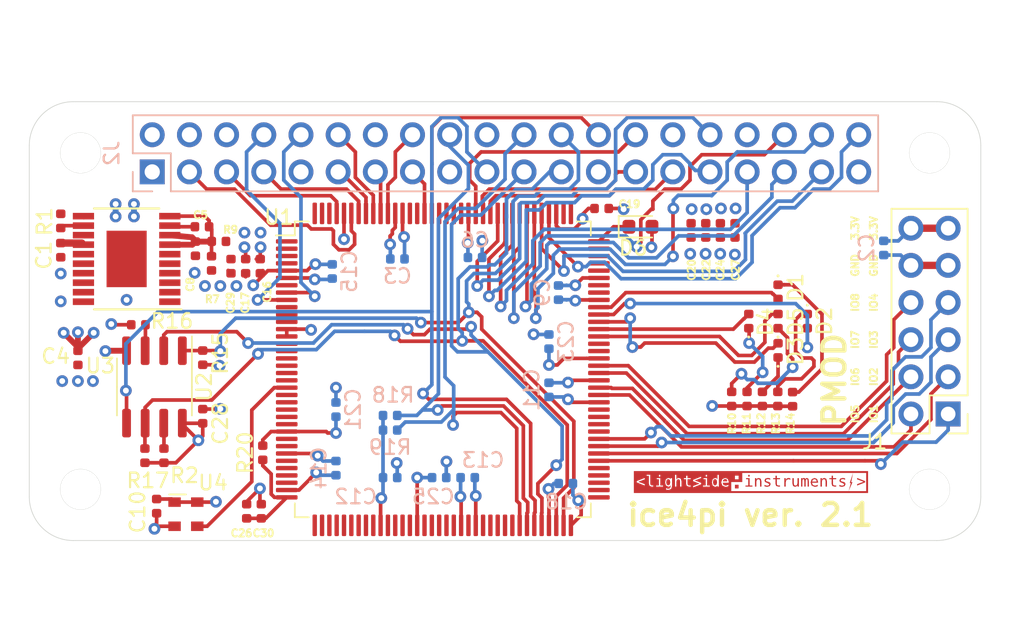
<source format=kicad_pcb>
(kicad_pcb (version 20211014) (generator pcbnew)
  (layers (0 "F.Cu" signal) (1 "In1.Cu" power) (2 "In2.Cu" power) (31 "B.Cu" signal) (34 "B.Paste" user) (35 "F.Paste" user) (36 "B.SilkS" user "B.Silkscreen") (37 "F.SilkS" user "F.Silkscreen") (38 "B.Mask" user) (39 "F.Mask" user) (44 "Edge.Cuts" user))
  (net 0 "")
  (net 1 "GND")
  (net 2 "12MHz")
  (net 3 "iCE_CDONE")
  (net 4 "iCE_CREST")
  (net 5 "iCE_MOSI")
  (net 6 "iCE_MISO")
  (net 7 "iCE_SCK")
  (net 8 "iCE_SS_B")
  (net 9 "Net-(R1-Pad2)")
  (net 10 "Net-(R2-Pad2)")
  (net 11 "+3V3")
  (net 12 "+5V")
  (net 13 "Net-(C5-Pad2)")
  (net 14 "Net-(C5-Pad1)")
  (net 15 "+1V2")
  (net 16 "Net-(C26-Pad1)")
  (net 17 "LED4")
  (net 18 "Net-(D1-Pad1)")
  (net 19 "Net-(D2-Pad1)")
  (net 20 "LED3")
  (net 21 "Net-(D3-Pad1)")
  (net 22 "LED2")
  (net 23 "LED1")
  (net 24 "Net-(D4-Pad1)")
  (net 25 "Net-(D5-Pad1)")
  (net 26 "LED0")
  (net 27 "PIO1_02")
  (net 28 "PIO1_03")
  (net 29 "PIO1_04")
  (net 30 "PIO1_05")
  (net 31 "PIO1_06")
  (net 32 "PIO1_07")
  (net 33 "PIO1_08")
  (net 34 "PIO1_09")
  (net 35 "Net-(R16-Pad2)")
  (net 36 "PIO0_09")
  (net 37 "PIO0_08")
  (net 38 "PIO0_07")
  (net 39 "PIO0_06")
  (net 40 "PIO0_05")
  (net 41 "PIO0_04")
  (net 42 "PIO0_03")
  (net 43 "PIO0_02")
  (net 44 "Net-(D6-Pad1)")
  (net 45 "RS232_Tx_TTL")
  (net 46 "RS232_Rx_TTL")
  (net 47 "PIO0_10")
  (net 48 "PIO0_12")
  (net 49 "PIO0_11")
  (net 50 "PIO0_13")
  (net 51 "PIO0_14")
  (net 52 "PIO0_15")
  (net 53 "PIO0_16")
  (net 54 "PIO0_21")
  (net 55 "PIO0_20")
  (net 56 "PIO0_19")
  (net 57 "PIO0_18")
  (net 58 "PIO0_17")
  (net 77 "IR_SD")
  (net 78 "IR_RXD")
  (net 79 "IR_TXD")
  (footprint "ice4pi:mount_hole" (layer "F.Cu") (at 53.5 52.5)
    (fp_text reference "")
    (fp_text value "")
  )
  (footprint "Capacitor_SMD:C_0402_1005Metric" (layer "F.Cu") (at 65.779546 60.244888 -90)
    (fp_text reference "C16")
    (fp_text value "10uF")
  )
  (footprint "Capacitor_SMD:C_0402_1005Metric" (layer "F.Cu") (at 64.779546 60.244888 -90)
    (fp_text reference "C17")
    (fp_text value "1 uF")
  )
  (footprint "Capacitor_SMD:C_0402_1005Metric" (layer "F.Cu") (at 95.210392 57.797011 90)
    (fp_text reference "C20")
    (fp_text value "10uF")
  )
  (footprint "Capacitor_SMD:C_0402_1005Metric" (layer "F.Cu") (at 96.210392 57.797011 90)
    (fp_text reference "C22")
    (fp_text value "1 uF")
  )
  (footprint "Capacitor_SMD:C_0402_1005Metric" (layer "F.Cu") (at 97.210392 57.797011 90)
    (fp_text reference "C24")
    (fp_text value "0.1uF")
  )
  (footprint "Capacitor_SMD:C_0402_1005Metric" (layer "F.Cu") (at 98.210392 57.797011 90)
    (fp_text reference "C27")
    (fp_text value "0.01uF")
  )
  (footprint "Capacitor_SMD:C_0402_1005Metric" (layer "F.Cu") (at 63.779546 60.244888 -90)
    (fp_text reference "C29")
    (fp_text value "0.01uF")
  )
  (footprint "LED_SMD:LED_0402_1005Metric" (layer "F.Cu") (at 103.15 64 -90)
    (fp_text reference "D2")
    (fp_text value "LED")
  )
  (footprint "LED_SMD:LED_0402_1005Metric" (layer "F.Cu") (at 101.15 66 90)
    (fp_text reference "D3")
    (fp_text value "LED")
  )
  (footprint "LED_SMD:LED_0402_1005Metric" (layer "F.Cu") (at 101.15 64 90)
    (fp_text reference "D5")
    (fp_text value "LED")
  )
  (footprint "Resistor_SMD:R_0402_1005Metric" (layer "F.Cu") (at 59.2 73.2 90)
    (fp_text reference "R2")
    (fp_text value "10K")
  )
  (footprint "Resistor_SMD:R_0402_1005Metric" (layer "F.Cu") (at 57.45 64.25)
    (fp_text reference "R16")
    (fp_text value "10K")
  )
  (footprint "Resistor_SMD:R_0402_1005Metric" (layer "F.Cu") (at 57.9 73.2 90)
    (fp_text reference "R17")
    (fp_text value "10K")
  )
  (footprint "ice4pi:lsi-logo-16mm-fcu" (layer "F.Cu") (at 99.3 75.55)
    (fp_text reference "svg2mod" hide)
    (fp_text value "G***" hide)
  )
  (footprint "LED_SMD:LED_0402_1005Metric" (layer "F.Cu") (at 101.15 62 -90)
    (fp_text reference "D1")
    (fp_text value "LED")
  )
  (footprint "Capacitor_SMD:C_0402_1005Metric" (layer "F.Cu") (at 58.7 76.65 -90)
    (fp_text reference "C10")
    (fp_text value "0.01uF")
  )
  (footprint "Oscillator:Oscillator_SMD_Abracon_ASDMB-4Pin_2.5x2.0mm" (layer "F.Cu") (at 60.7 77.2 -90)
    (fp_text reference "U4")
    (fp_text value "DSC1001DI1-012.0000")
  )
  (footprint "Resistor_SMD:R_0402_1005Metric" (layer "F.Cu") (at 61.85 66.5 90)
    (fp_text reference "R15")
    (fp_text value "10K")
  )
  (footprint "Package_SO:SOIC-8_3.9x4.9mm_P1.27mm" (layer "F.Cu") (at 58.55 68.5 -90)
    (fp_text reference "U2")
    (fp_text value "W25Q32JVSSIQ")
  )
  (footprint "Capacitor_SMD:C_0402_1005Metric" (layer "F.Cu") (at 61.85 70.5 90)
    (fp_text reference "C28")
    (fp_text value "0.1uF")
  )
  (footprint "Resistor_SMD:R_0402_1005Metric" (layer "F.Cu") (at 62.45 60.05 -90)
    (fp_text reference "R7")
    (fp_text value "100")
  )
  (footprint "ice4pi:TSSOP-20_4.4x6.5mm_P0.65mm" (layer "F.Cu") (at 56.65 59.75 180)
    (fp_text reference "U3")
    (fp_text value "LT3030")
  )
  (footprint "Capacitor_SMD:C_0402_1005Metric" (layer "F.Cu") (at 52.15 59.15 -90)
    (fp_text reference "C1")
    (fp_text value "10uF")
  )
  (footprint "Capacitor_SMD:C_0402_1005Metric" (layer "F.Cu") (at 61.35 59.05 -90)
    (fp_text reference "C8")
    (fp_text value "4.7uF")
  )
  (footprint "Resistor_SMD:R_0402_1005Metric" (layer "F.Cu") (at 62.95 58.55 180)
    (fp_text reference "R9")
    (fp_text value "0.1")
  )
  (footprint "Capacitor_SMD:C_0402_1005Metric" (layer "F.Cu") (at 61.8 57.55 180)
    (fp_text reference "C5")
    (fp_text value "0.01uF")
  )
  (footprint "Resistor_SMD:R_0402_1005Metric" (layer "F.Cu") (at 52.15 57.15 -90)
    (fp_text reference "R1")
    (fp_text value "1M")
  )
  (footprint "Diode_SMD:D_0603_1608Metric" (layer "F.Cu") (at 91.75 57.55)
    (fp_text reference "D6")
    (fp_text value "CDBU0520")
  )
  (footprint "Package_QFP:TQFP-144_20x20mm_P0.5mm" (layer "F.Cu") (at 78.25 67.3)
    (fp_text reference "U1")
    (fp_text value "ICE40HX1K-TQ144")
  )
  (footprint "Capacitor_SMD:C_0402_1005Metric" (layer "F.Cu") (at 65.85 77 90)
    (fp_text reference "C30")
    (fp_text value "10uF")
  )
  (footprint "Resistor_SMD:R_0402_1005Metric" (layer "F.Cu") (at 65.95 73 -90)
    (fp_text reference "R20")
    (fp_text value "100")
  )
  (footprint "Capacitor_SMD:C_0402_1005Metric" (layer "F.Cu") (at 64.85 77 90)
    (fp_text reference "C26")
    (fp_text value "0.1uF")
  )
  (footprint "Capacitor_SMD:C_0402_1005Metric" (layer "F.Cu") (at 89.1 56.3)
    (fp_text reference "C19")
    (fp_text value "0.1uF")
  )
  (footprint "Resistor_SMD:R_0402_1005Metric" (layer "F.Cu") (at 97.982852 69.321589 -90)
    (fp_text reference "R10")
    (fp_text value "1K")
  )
  (footprint "Resistor_SMD:R_0402_1005Metric" (layer "F.Cu") (at 100.082852 69.321589 -90)
    (fp_text reference "R12")
    (fp_text value "1K")
  )
  (footprint "Resistor_SMD:R_0402_1005Metric" (layer "F.Cu") (at 102.14399 69.336959 -90)
    (fp_text reference "R14")
    (fp_text value "1K")
  )
  (footprint "Resistor_SMD:R_0402_1005Metric" (layer "F.Cu") (at 101.132852 69.321589 -90)
    (fp_text reference "R13")
    (fp_text value "1K")
  )
  (footprint "LED_SMD:LED_0402_1005Metric" (layer "F.Cu") (at 99.15 64 90)
    (fp_text reference "D4")
    (fp_text value "LED")
  )
  (footprint "Resistor_SMD:R_0402_1005Metric" (layer "F.Cu") (at 99.032852 69.321589 -90)
    (fp_text reference "R11")
    (fp_text value "1K")
  )
  (footprint "Capacitor_SMD:C_0402_1005Metric" (layer "F.Cu") (at 53.323456 66.510966 -90)
    (fp_text reference "C4")
    (fp_text value "10uF")
  )
  (footprint "ice4pi:PinSocket_2x06_P2.54mm_Vertical_1to6_7to12" (layer "F.Cu") (at 112.77 70.35 180)
    (fp_text reference "J1")
    (fp_text value "Pmod 2x6")
  )
  (footprint "ice4pi:mount_hole" (layer "F.Cu") (at 111.5 75.5)
    (fp_text reference "")
    (fp_text value "")
  )
  (footprint "ice4pi:mount_hole" (layer "F.Cu") (at 53.5 75.5)
    (fp_text reference "")
    (fp_text value "")
  )
  (footprint "ice4pi:mount_hole" (layer "F.Cu") (at 111.5 52.5)
    (fp_text reference "")
    (fp_text value "")
  )
  (footprint "ice4pi:PinSocket_2x20_P2.54mm_Vertical_1_04mm" (layer "B.Cu") (at 58.4 53.8 -90)
    (fp_text reference "J2")
    (fp_text value "raspberry_pi_2_3_4_ordered")
  )
  (footprint "Capacitor_SMD:C_0402_1005Metric" (layer "B.Cu") (at 79.95 74.7)
    (fp_text reference "C13")
    (fp_text value "0.01uF")
  )
  (footprint "Capacitor_SMD:C_0402_1005Metric" (layer "B.Cu") (at 75.15 59.75)
    (fp_text reference "C3")
    (fp_text value "0.1uF")
  )
  (footprint "Capacitor_SMD:C_0402_1005Metric" (layer "B.Cu") (at 85.5 65.4 90)
    (fp_text reference "C23")
    (fp_text value "0.1uF")
  )
  (footprint "Capacitor_SMD:C_0402_1005Metric" (layer "B.Cu") (at 78 74.7)
    (fp_text reference "C25")
    (fp_text value "0.1uF")
  )
  (footprint "Capacitor_SMD:C_0402_1005Metric" (layer "B.Cu") (at 85.5 68.7 -90)
    (fp_text reference "C11")
    (fp_text value "0.01uF")
  )
  (footprint "Capacitor_SMD:C_0402_1005Metric" (layer "B.Cu") (at 86.15 62.05 90)
    (fp_text reference "C9")
    (fp_text value "0.1uF")
  )
  (footprint "Capacitor_SMD:C_0402_1005Metric" (layer "B.Cu") (at 80.45 59.65)
    (fp_text reference "C6")
    (fp_text value "0.01uF")
  )
  (footprint "Resistor_SMD:R_0402_1005Metric" (layer "B.Cu") (at 74.65 70.45)
    (fp_text reference "R18")
    (fp_text value "10K")
  )
  (footprint "Capacitor_SMD:C_0402_1005Metric" (layer "B.Cu") (at 70.95 74.05 -90)
    (fp_text reference "C14")
    (fp_text value "0.1uF")
  )
  (footprint "Resistor_SMD:R_0402_1005Metric" (layer "B.Cu") (at 74.65 71.45)
    (fp_text reference "R19")
    (fp_text value "10K")
  )
  (footprint "Capacitor_SMD:C_0402_1005Metric" (layer "B.Cu") (at 74.65 74.7)
    (fp_text reference "C12")
    (fp_text value "0.1uF")
  )
  (footprint "Capacitor_SMD:C_0402_1005Metric" (layer "B.Cu") (at 70.95 70.05 90)
    (fp_text reference "C21")
    (fp_text value "0.1uF")
  )
  (footprint "Capacitor_SMD:C_0402_1005Metric" (layer "B.Cu") (at 70.697006 60.60592 90)
    (fp_text reference "C15")
    (fp_text value "0.01uF")
  )
  (footprint "Capacitor_SMD:C_0402_1005Metric" (layer "B.Cu") (at 86.65 75.1 180)
    (fp_text reference "C18")
    (fp_text value "0.1uF")
  )
  (footprint "Capacitor_SMD:C_0402_1005Metric" (layer "B.Cu") (at 108.37 59 -90)
    (fp_text reference "C2")
    (fp_text value "0.1uF")
  )
  (gr_line (start 50 76) (end 50 52) (layer "Edge.Cuts") (width 0.05))
  (gr_circle (center 111.5 75.5) (end 111.47 76.87) (layer "Edge.Cuts") (width 0.05) (fill none))
  (gr_line (start 112 79) (end 53 79) (layer "Edge.Cuts") (width 0.05))
  (gr_arc (start 53 79) (mid 50.87868 78.12132) (end 50 76) (layer "Edge.Cuts") (width 0.05))
  (gr_line (start 53 49) (end 112 49) (layer "Edge.Cuts") (width 0.05))
  (gr_arc (start 112 49) (mid 114.12132 49.87868) (end 115 52) (layer "Edge.Cuts") (width 0.05))
  (gr_line (start 115 52) (end 115 76) (layer "Edge.Cuts") (width 0.05))
  (gr_circle (center 53.5 52.5) (end 53.47 53.87) (layer "Edge.Cuts") (width 0.05) (fill none))
  (gr_circle (center 53.5 75.5) (end 53.47 76.87) (layer "Edge.Cuts") (width 0.05) (fill none))
  (gr_arc (start 115 76) (mid 114.12132 78.12132) (end 112 79) (layer "Edge.Cuts") (width 0.05))
  (gr_circle (center 111.5 52.5) (end 111.47 53.87) (layer "Edge.Cuts") (width 0.05) (fill none))
  (gr_arc (start 50 52) (mid 50.87868 49.87868) (end 53 49) (layer "Edge.Cuts") (width 0.05))
  (gr_text "IO1\n" (at 107.69 70.35 90) (layer "F.SilkS") (effects (font (size 0.5 0.5) (thickness 0.125))))
  (gr_text "ice4pi ver. 2.1" (at 99.25 77.25) (layer "F.SilkS") (effects (font (size 1.5 1.5) (thickness 0.3))))
  (gr_text "IO5\n" (at 106.42 70.35 90) (layer "F.SilkS") (effects (font (size 0.5 0.5) (thickness 0.125))))
  (gr_text "IO7\n" (at 106.42 65.27 90) (layer "F.SilkS") (effects (font (size 0.5 0.5) (thickness 0.125))))
  (gr_text "3.3V\n" (at 106.42 57.65 90) (layer "F.SilkS") (effects (font (size 0.5 0.5) (thickness 0.125))))
  (gr_text "IO3\n" (at 107.69 65.27 90) (layer "F.SilkS") (effects (font (size 0.5 0.5) (thickness 0.125))))
  (gr_text "IO2\n" (at 107.69 67.81 90) (layer "F.SilkS") (effects (font (size 0.5 0.5) (thickness 0.125))))
  (gr_text "GND\n" (at 106.42 60.19 90) (layer "F.SilkS") (effects (font (size 0.5 0.5) (thickness 0.125))))
  (gr_text "GND\n" (at 107.69 60.19 90) (layer "F.SilkS") (effects (font (size 0.5 0.5) (thickness 0.125))))
  (gr_text "IO8\n" (at 106.42 62.73 90) (layer "F.SilkS") (effects (font (size 0.5 0.5) (thickness 0.125))))
  (gr_text "IO4\n" (at 107.69 62.73 90) (layer "F.SilkS") (effects (font (size 0.5 0.5) (thickness 0.125))))
  (gr_text "3.3V\n" (at 107.69 57.65 90) (layer "F.SilkS") (effects (font (size 0.5 0.5) (thickness 0.125))))
  (gr_text "PMOD" (at 105 68 90) (layer "F.SilkS") (effects (font (size 1.5 1.5) (thickness 0.3))))
  (gr_text "IO6\n" (at 106.42 67.81 90) (layer "F.SilkS") (effects (font (size 0.5 0.5) (thickness 0.125))))
  (segment (start 97.210392 57.312011) (end 97.237989 57.312011) (width 0.25) (layer "F.Cu") (net 1))
  (segment (start 61.85 70.015) (end 63.035 70.015) (width 0.25) (layer "F.Cu") (net 1))
  (segment (start 58.7 77.135) (end 58.7 78.05) (width 0.25) (layer "F.Cu") (net 1))
  (segment (start 64.85 76.346095) (end 65.756961 75.439134) (width 0.25) (layer "F.Cu") (net 1))
  (segment (start 101.132852 69.806589) (end 100.082852 69.806589) (width 0.25) (layer "F.Cu") (net 1))
  (segment (start 85.468356 75.47066) (end 85.468356 76.036345) (width 0.25) (layer "F.Cu") (net 1))
  (segment (start 63.779546 60.729888) (end 63.779546 60.870454) (width 0.25) (layer "F.Cu") (net 1))
  (segment (start 97.982852 69.806589) (end 96.656589 69.806589) (width 0.25) (layer "F.Cu") (net 1))
  (segment (start 89.585 56.3) (end 90.6 56.3) (width 0.25) (layer "F.Cu") (net 1))
  (segment (start 53.323456 66.995966) (end 53.323456 67.023456) (width 0.25) (layer "F.Cu") (net 1))
  (segment (start 65.756961 75.439134) (end 65.756961 76.421961) (width 0.25) (layer "F.Cu") (net 1))
  (segment (start 69.6 74.35) (end 69.200001 74.749999) (width 0.25) (layer "F.Cu") (net 1))
  (segment (start 62.35 60.535) (end 62.45 60.535) (width 0.25) (layer "F.Cu") (net 1))
  (segment (start 65.779546 60.729888) (end 65.959434 60.55) (width 0.25) (layer "F.Cu") (net 1))
  (segment (start 59.925 78.025) (end 58.725 78.025) (width 0.25) (layer "F.Cu") (net 1))
  (segment (start 58.7 78.05) (end 58.55 78.2) (width 0.25) (layer "F.Cu") (net 1))
  (segment (start 97.210392 56.339608) (end 97.25 56.3) (width 0.25) (layer "F.Cu") (net 1))
  (segment (start 69.2 64.55) (end 69.25 64.6) (width 0.25) (layer "F.Cu") (net 1))
  (segment (start 87 69.55) (end 88.9125 69.55) (width 0.25) (layer "F.Cu") (net 1))
  (segment (start 67.5875 65.05) (end 67.5875 64.55) (width 0.25) (layer "F.Cu") (net 1))
  (segment (start 61.24 59.425) (end 61.35 59.535) (width 0.25) (layer "F.Cu") (net 1))
  (segment (start 85.5 77.125) (end 85.5 77.9625) (width 0.25) (layer "F.Cu") (net 1))
  (segment (start 87.8 61.05) (end 87.3 61.55) (width 0.25) (layer "F.Cu") (net 1))
  (segment (start 100.082852 69.806589) (end 99.032852 69.806589) (width 0.25) (layer "F.Cu") (net 1))
  (segment (start 75.6 58.25) (end 75.5 58.15) (width 0.25) (layer "F.Cu") (net 1))
  (segment (start 62.285 60.7) (end 62.45 60.535) (width 0.25) (layer "F.Cu") (net 1))
  (segment (start 66.3 60.55) (end 65.3 61.55) (width 0.25) (layer "F.Cu") (net 1))
  (segment (start 65.756961 76.421961) (end 65.85 76.515) (width 0.25) (layer "F.Cu") (net 1))
  (segment (start 62 61.6) (end 62 61.4) (width 0.25) (layer "F.Cu") (net 1))
  (segment (start 86.8 69.35) (end 87 69.55) (width 0.25) (layer "F.Cu") (net 1))
  (segment (start 53.323456 66.995966) (end 53.323456 67.026544) (width 0.25) (layer "F.Cu") (net 1))
  (segment (start 96.210392 56.389608) (end 96.25 56.35) (width 0.25) (layer "F.Cu") (net 1))
  (segment (start 71.5 58.4) (end 71.5 56.6375) (width 0.25) (layer "F.Cu") (net 1))
  (segment (start 96.210392 57.312011) (end 96.210392 57.310392) (width 0.25) (layer "F.Cu") (net 1))
  (segment (start 96.656589 69.806589) (end 96.65 69.8) (width 0.25) (layer "F.Cu") (net 1))
  (segment (start 64.779546 60.729888) (end 64.779546 60.970454) (width 0.25) (layer "F.Cu") (net 1))
  (segment (start 58.725 78.025) (end 58.55 78.2) (width 0.25) (layer "F.Cu") (net 1))
  (segment (start 55.225 66.025) (end 55.2 66.05) (width 0.4) (layer "F.Cu") (net 1))
  (segment (start 75.5 58.15) (end 75.5 56.6375) (width 0.25) (layer "F.Cu") (net 1))
  (segment (start 68.976998 60.55) (end 69.421078 60.10592) (width 0.25) (layer "F.Cu") (net 1))
  (segment (start 96.210392 57.312011) (end 96.237989 57.312011) (width 0.25) (layer "F.Cu") (net 1))
  (segment (start 110.23 60.19) (end 112.77 60.19) (width 0.5) (layer "F.Cu") (net 1))
  (segment (start 101.148222 69.821959) (end 101.132852 69.806589) (width 0.25) (layer "F.Cu") (net 1))
  (segment (start 56.645 66.025) (end 55.225 66.025) (width 0.4) (layer "F.Cu") (net 1))
  (segment (start 88.9125 61.05) (end 87.8 61.05) (width 0.25) (layer "F.Cu") (net 1))
  (segment (start 68.425 75.55) (end 67.5875 75.55) (width 0.25) (layer "F.Cu") (net 1))
  (segment (start 64.85 76.515) (end 64.85 76.346095) (width 0.25) (layer "F.Cu") (net 1))
  (segment (start 102.14399 69.821959) (end 101.148222 69.821959) (width 0.25) (layer "F.Cu") (net 1))
  (segment (start 98.210392 57.312011) (end 98.210392 57.260392) (width 0.25) (layer "F.Cu") (net 1))
  (segment (start 95.210392 57.312011) (end 95.287989 57.312011) (width 0.25) (layer "F.Cu") (net 1))
  (segment (start 97.210392 57.312011) (end 97.210392 57.310392) (width 0.25) (layer "F.Cu") (net 1))
  (segment (start 63.035 70.015) (end 63.05 70) (width 0.25) (layer "F.Cu") (net 1))
  (segment (start 67.5875 60.55) (end 68.976998 60.55) (width 0.25) (layer "F.Cu") (net 1))
  (segment (start 63.584658 60.535) (end 63.779546 60.729888) (width 0.25) (layer "F.Cu") (net 1))
  (segment (start 99.032852 69.806589) (end 97.982852 69.806589) (width 0.25) (layer "F.Cu") (net 1))
  (segment (start 67.5875 64.55) (end 69.2 64.55) (width 0.25) (layer "F.Cu") (net 1))
  (segment (start 85.5 76.067989) (end 85.5 77.125) (width 0.25) (layer "F.Cu") (net 1))
  (segment (start 69.200001 74.749999) (end 69.200001 74.774999) (width 0.25) (layer "F.Cu") (net 1))
  (segment (start 67.5875 60.55) (end 66.3 60.55) (width 0.25) (layer "F.Cu") (net 1))
  (segment (start 80.5 75.95) (end 80.5 77.9625) (width 0.25) (layer "F.Cu") (net 1))
  (segment (start 95.210392 56.389608) (end 95.25 56.35) (width 0.25) (layer "F.Cu") (net 1))
  (segment (start 85.468356 76.036345) (end 85.5 76.067989) (width 0.25) (layer "F.Cu") (net 1))
  (segment (start 69.200001 74.774999) (end 68.425 75.55) (width 0.25) (layer "F.Cu") (net 1))
  (segment (start 98.210392 56.339608) (end 98.25 56.3) (width 0.25) (layer "F.Cu") (net 1))
  (segment (start 69.421078 60.10592) (end 69.547006 60.10592) (width 0.25) (layer "F.Cu") (net 1))
  (segment (start 61.35 60.65) (end 61.3 60.7) (width 0.25) (layer "F.Cu") (net 1))
  (via (at 69.547006 60.10592) (size 0.8) (drill 0.4) (layers "F.Cu" "B.Cu") (net 1))
  (via (at 70.95 68.55) (size 0.8) (drill 0.4) (layers "F.Cu" "B.Cu") (net 1))
  (via (at 53.323456 68.1) (size 0.8) (drill 0.4) (layers "F.Cu" "B.Cu") (net 1))
  (via (at 62 61.6) (size 0.8) (drill 0.4) (layers "F.Cu" "B.Cu") (net 1))
  (via (at 52.15 60.75) (size 0.8) (drill 0.4) (layers "F.Cu" "B.Cu") (net 1))
  (via (at 90.6 56.35) (size 0.8) (drill 0.4) (layers "F.Cu" "B.Cu") (net 1))
  (via (at 75.6 58.25) (size 0.8) (drill 0.4) (layers "F.Cu" "B.Cu") (net 1))
  (via (at 86.8 69.35) (size 0.8) (drill 0.4) (layers "F.Cu" "B.Cu") (net 1))
  (via (at 87.3 61.55) (size 0.8) (drill 0.4) (layers "F.Cu" "B.Cu") (net 1))
  (via (at 63.05 70) (size 0.8) (drill 0.4) (layers "F.Cu" "B.Cu") (net 1))
  (via (at 78.5 73.6) (size 0.8) (drill 0.4) (layers "F.Cu" "B.Cu") (net 1))
  (via (at 98.25 56.3) (size 0.8) (drill 0.4) (layers "F.Cu" "B.Cu") (net 1))
  (via (at 61.3 60.7) (size 0.8) (drill 0.4) (layers "F.Cu" "B.Cu") (net 1))
  (via (at 54.35 68.1) (size 0.8) (drill 0.4) (layers "F.Cu" "B.Cu") (net 1))
  (via (at 65.3 61.55) (size 0.8) (drill 0.4) (layers "F.Cu" "B.Cu") (net 1))
  (via (at 80.5 75.95) (size 0.8) (drill 0.4) (layers "F.Cu" "B.Cu") (net 1))
  (via (at 69.25 64.6) (size 0.8) (drill 0.4) (layers "F.Cu" "B.Cu") (net 1))
  (via (at 85.468356 75.47066) (size 0.8) (drill 0.4) (layers "F.Cu" "B.Cu") (net 1))
  (via (at 58.55 78.2) (size 0.8) (drill 0.4) (layers "F.Cu" "B.Cu") (net 1))
  (via (at 75.1 73.7) (size 0.8) (drill 0.4) (layers "F.Cu" "B.Cu") (net 1))
  (via (at 95.25 56.35) (size 0.8) (drill 0.4) (layers "F.Cu" "B.Cu") (net 1))
  (via (at 71.5 58.4) (size 0.8) (drill 0.4) (layers "F.Cu" "B.Cu") (net 1))
  (via (at 69.6 74.35) (size 0.8) (drill 0.4) (layers "F.Cu" "B.Cu") (net 1))
  (via (at 64.15 61.6) (size 0.8) (drill 0.4) (layers "F.Cu" "B.Cu") (net 1))
  (via (at 63.05 61.6) (size 0.8) (drill 0.4) (layers "F.Cu" "B.Cu") (net 1))
  (via (at 55.2 66.05) (size 0.8) (drill 0.4) (layers "F.Cu" "B.Cu") (net 1))
  (via (at 97.25 56.3) (size 0.8) (drill 0.4) (layers "F.Cu" "B.Cu") (net 1))
  (via (at 52.25 68.1) (size 0.8) (drill 0.4) (layers "F.Cu" "B.Cu") (net 1))
  (via (at 84.45 64.9) (size 0.8) (drill 0.4) (layers "F.Cu" "B.Cu") (net 1))
  (via (at 65.756961 75.439134) (size 0.8) (drill 0.4) (layers "F.Cu" "B.Cu") (net 1))
  (via (at 80.95 58.5) (size 0.8) (drill 0.4) (layers "F.Cu" "B.Cu") (net 1))
  (via (at 56.65 62.55) (size 0.8) (drill 0.4) (layers "F.Cu" "B.Cu") (net 1))
  (via (at 96.25 56.35) (size 0.8) (drill 0.4) (layers "F.Cu" "B.Cu") (net 1))
  (via (at 52.15 62.65) (size 0.8) (drill 0.4) (layers "F.Cu" "B.Cu") (net 1))
  (via (at 96.65 69.8) (size 0.8) (drill 0.4) (layers "F.Cu" "B.Cu") (net 1))
  (segment (start 70.95 69.565) (end 70.95 68.55) (width 0.25) (layer "B.Cu") (net 1))
  (segment (start 69.562006 60.12092) (end 69.547006 60.10592) (width 0.25) (layer "B.Cu") (net 1))
  (segment (start 70.697006 60.12092) (end 69.562006 60.12092) (width 0.25) (layer "B.Cu") (net 1))
  (segment (start 108.37 59.485) (end 109.525 59.485) (width 0.25) (layer "B.Cu") (net 1))
  (segment (start 109.525 59.485) (end 110.23 60.19) (width 0.25) (layer "B.Cu") (net 1))
  (segment (start 86.635 69.185) (end 86.8 69.35) (width 0.25) (layer "B.Cu") (net 1))
  (segment (start 85.5 69.185) (end 86.635 69.185) (width 0.25) (layer "B.Cu") (net 1))
  (segment (start 85.5 64.915) (end 84.465 64.915) (width 0.25) (layer "B.Cu") (net 1))
  (segment (start 80.935 58.515) (end 80.95 58.5) (width 0.25) (layer "B.Cu") (net 1))
  (segment (start 80.435 75.885) (end 80.5 75.95) (width 0.25) (layer "B.Cu") (net 1))
  (segment (start 75.135 74.7) (end 75.135 73.735) (width 0.25) (layer "B.Cu") (net 1))
  (segment (start 86.165 75.1) (end 85.839016 75.1) (width 0.25) (layer "B.Cu") (net 1))
  (segment (start 84.465 64.915) (end 84.45 64.9) (width 0.25) (layer "B.Cu") (net 1))
  (segment (start 80.935 59.65) (end 80.935 58.515) (width 0.25) (layer "B.Cu") (net 1))
  (segment (start 86.15 61.565) (end 87.285 61.565) (width 0.25) (layer "B.Cu") (net 1))
  (segment (start 75.635 59.75) (end 75.635 58.285) (width 0.25) (layer "B.Cu") (net 1))
  (segment (start 69.785 74.535) (end 69.6 74.35) (width 0.25) (layer "B.Cu") (net 1))
  (segment (start 70.95 74.535) (end 69.785 74.535) (width 0.25) (layer "B.Cu") (net 1))
  (segment (start 80.435 74.7) (end 80.435 75.885) (width 0.25) (layer "B.Cu") (net 1))
  (segment (start 78.485 73.615) (end 78.5 73.6) (width 0.25) (layer "B.Cu") (net 1))
  (segment (start 85.839016 75.1) (end 85.468356 75.47066) (width 0.25) (layer "B.Cu") (net 1))
  (segment (start 75.135 73.735) (end 75.1 73.7) (width 0.25) (layer "B.Cu") (net 1))
  (segment (start 78.485 74.7) (end 78.485 73.615) (width 0.25) (layer "B.Cu") (net 1))
  (segment (start 86.685 61.565) (end 86.7 61.55) (width 0.25) (layer "B.Cu") (net 1))
  (segment (start 75.635 58.285) (end 75.6 58.25) (width 0.25) (layer "B.Cu") (net 1))
  (segment (start 65.2 74.975) (end 65.2 70.084318) (width 0.25) (layer "F.Cu") (net 2))
  (segment (start 66.734318 68.55) (end 66.75 68.55) (width 0.25) (layer "F.Cu") (net 2))
  (segment (start 66.75 68.55) (end 67.5875 68.55) (width 0.25) (layer "F.Cu") (net 2))
  (segment (start 62.15 78.025) (end 65.2 74.975) (width 0.25) (layer "F.Cu") (net 2))
  (segment (start 65.2 70.084318) (end 66.734318 68.55) (width 0.25) (layer "F.Cu") (net 2))
  (segment (start 61.475 78.025) (end 62.15 78.025) (width 0.25) (layer "F.Cu") (net 2))
  (segment (start 82.213609 70.250019) (end 79.2 70.250019) (width 0.25) (layer "F.Cu") (net 3))
  (segment (start 78.95 70.500019) (end 78.95 71.1) (width 0.25) (layer "F.Cu") (net 3))
  (segment (start 83.3 76.284536) (end 83.3 71.33641) (width 0.25) (layer "F.Cu") (net 3))
  (segment (start 83.8 51.26) (end 83.79 51.26) (width 0.25) (layer "F.Cu") (net 3))
  (segment (start 83.5 77.9625) (end 83.5 76.484536) (width 0.25) (layer "F.Cu") (net 3))
  (segment (start 83.3 71.33641) (end 82.213609 70.250019) (width 0.25) (layer "F.Cu") (net 3))
  (segment (start 83.5 76.484536) (end 83.3 76.284536) (width 0.25) (layer "F.Cu") (net 3))
  (segment (start 79.2 70.250019) (end 78.95 70.500019) (width 0.25) (layer "F.Cu") (net 3))
  (via (at 78.95 71.1) (size 0.8) (drill 0.4) (layers "F.Cu" "B.Cu") (net 3))
  (segment (start 78.993214 70.054787) (end 78.993214 71.056786) (width 0.25) (layer "B.Cu") (net 3))
  (segment (start 75.135 71.45) (end 75.68499 70.90001) (width 0.25) (layer "B.Cu") (net 3))
  (segment (start 78.40002 57.19998) (end 79.3 56.3) (width 0.25) (layer "B.Cu") (net 3))
  (segment (start 78.993214 71.056786) (end 78.95 71.1) (width 0.25) (layer "B.Cu") (net 3))
  (segment (start 78.40002 67.8272) (end 78.40002 57.19998) (width 0.25) (layer "B.Cu") (net 3))
  (segment (start 78.993214 68.420394) (end 78.40002 67.8272) (width 0.25) (layer "B.Cu") (net 3))
  (segment (start 82.5 52.56) (end 83.8 51.26) (width 0.25) (layer "B.Cu") (net 3))
  (segment (start 78.993214 70.054787) (end 78.993214 68.420394) (width 0.25) (layer "B.Cu") (net 3))
  (segment (start 79.3 56.3) (end 80.499002 56.3) (width 0.25) (layer "B.Cu") (net 3))
  (segment (start 80.499002 56.3) (end 82.5 54.299002) (width 0.25) (layer "B.Cu") (net 3))
  (segment (start 82.5 54.299002) (end 82.5 52.56) (width 0.25) (layer "B.Cu") (net 3))
  (segment (start 78.147991 70.90001) (end 78.993214 70.054787) (width 0.25) (layer "B.Cu") (net 3))
  (segment (start 75.68499 70.90001) (end 78.147991 70.90001) (width 0.25) (layer "B.Cu") (net 3))
  (segment (start 84.04999 77.07501) (end 84.04999 76.398116) (width 0.25) (layer "F.Cu") (net 4))
  (segment (start 78.72 51.26) (end 78.69 51.26) (width 0.25) (layer "F.Cu") (net 4))
  (segment (start 82.400009 69.800009) (end 78.17499 69.800009) (width 0.25) (layer "F.Cu") (net 4))
  (segment (start 83.75 71.15) (end 82.400009 69.800009) (width 0.25) (layer "F.Cu") (net 4))
  (segment (start 84 77.9625) (end 84 77.125) (width 0.25) (layer "F.Cu") (net 4))
  (segment (start 83.75 71.15) (end 83.75 76.098126) (width 0.25) (layer "F.Cu") (net 4))
  (segment (start 83.75 76.098126) (end 84.04999 76.398116) (width 0.25) (layer "F.Cu") (net 4))
  (segment (start 84 77.125) (end 84.04999 77.07501) (width 0.25) (layer "F.Cu") (net 4))
  (segment (start 78.17499 69.800009) (end 77.9 70.074999) (width 0.25) (layer "F.Cu") (net 4))
  (via (at 77.9 70.074999) (size 0.8) (drill 0.4) (layers "F.Cu" "B.Cu") (net 4))
  (segment (start 77.9 70.074999) (end 76.951997 70.074999) (width 0.25) (layer "B.Cu") (net 4))
  (segment (start 76.951997 70.074999) (end 76.9 70.023002) (width 0.25) (layer "B.Cu") (net 4))
  (segment (start 77.95001 56.99999) (end 77.95001 68.972992) (width 0.25) (layer "B.Cu") (net 4))
  (segment (start 80 54.95) (end 77.95001 56.99999) (width 0.25) (layer "B.Cu") (net 4))
  (segment (start 78.72 52.060998) (end 80 53.340998) (width 0.25) (layer "B.Cu") (net 4))
  (segment (start 76.473002 70.45) (end 76.9 70.023002) (width 0.25) (layer "B.Cu") (net 4))
  (segment (start 77.95001 68.972992) (end 76.9 70.023002) (width 0.25) (layer "B.Cu") (net 4))
  (segment (start 80 53.340998) (end 80 54.95) (width 0.25) (layer "B.Cu") (net 4))
  (segment (start 78.72 51.26) (end 78.72 52.060998) (width 0.25) (layer "B.Cu") (net 4))
  (segment (start 75.135 70.45) (end 76.473002 70.45) (width 0.25) (layer "B.Cu") (net 4))
  (segment (start 81.26 53.8) (end 81.15 53.8) (width 0.25) (layer "F.Cu") (net 5))
  (segment (start 77.299999 69.349999) (end 76.9 68.95) (width 0.25) (layer "F.Cu") (net 5))
  (segment (start 84.54999 77.07501) (end 84.54999 76.261706) (width 0.25) (layer "F.Cu") (net 5))
  (segment (start 84.25 75.961716) (end 84.25 71) (width 0.25) (layer "F.Cu") (net 5))
  (segment (start 84.5 77.125) (end 84.54999 77.07501) (width 0.25) (layer "F.Cu") (net 5))
  (segment (start 82.599999 69.349999) (end 77.299999 69.349999) (width 0.25) (layer "F.Cu") (net 5))
  (segment (start 84.5 77.9625) (end 84.5 77.125) (width 0.25) (layer "F.Cu") (net 5))
  (segment (start 84.25 71) (end 82.599999 69.349999) (width 0.25) (layer "F.Cu") (net 5))
  (segment (start 56.645 70.975) (end 56.645 68.795) (width 0.25) (layer "F.Cu") (net 5))
  (segment (start 84.54999 76.261706) (end 84.25 75.961716) (width 0.25) (layer "F.Cu") (net 5))
  (segment (start 56.645 68.795) (end 56.6 68.75) (width 0.25) (layer "F.Cu") (net 5))
  (via (at 76.9 68.95) (size 0.8) (drill 0.4) (layers "F.Cu" "B.Cu") (net 5))
  (via (at 56.6 68.75) (size 0.8) (drill 0.4) (layers "F.Cu" "B.Cu") (net 5))
  (segment (start 77.5 68.35) (end 76.9 68.95) (width 0.25) (layer "B.Cu") (net 5))
  (segment (start 78.115001 50.084999) (end 77.5 50.7) (width 0.25) (layer "B.Cu") (net 5))
  (segment (start 77.5 53.15) (end 77.5 53.3) (width 0.25) (layer "B.Cu") (net 5))
  (segment (start 81.26 53.8) (end 79.895001 52.435001) (width 0.25) (layer "B.Cu") (net 5))
  (segment (start 77.5 53.3) (end 77.5 63.35) (width 0.25) (layer "B.Cu") (net 5))
  (segment (start 79.894003 50.695001) (end 79.284001 50.084999) (width 0.25) (layer "B.Cu") (net 5))
  (segment (start 79.284001 50.084999) (end 78.115001 50.084999) (width 0.25) (layer "B.Cu") (net 5))
  (segment (start 77.5 68.2) (end 77.5 68.35) (width 0.25) (layer "B.Cu") (net 5))
  (segment (start 77.5 50.7) (end 77.5 53.3) (width 0.25) (layer "B.Cu") (net 5))
  (segment (start 79.895001 52.435001) (end 79.895001 50.695001) (width 0.25) (layer "B.Cu") (net 5))
  (segment (start 56.6 65.55) (end 58.8 63.35) (width 0.25) (layer "B.Cu") (net 5))
  (segment (start 58.8 63.35) (end 77.5 63.35) (width 0.25) (layer "B.Cu") (net 5))
  (segment (start 79.895001 50.695001) (end 79.894003 50.695001) (width 0.25) (layer "B.Cu") (net 5))
  (segment (start 77.5 63.35) (end 77.5 68.2) (width 0.25) (layer "B.Cu") (net 5))
  (segment (start 56.6 68.75) (end 56.6 65.55) (width 0.25) (layer "B.Cu") (net 5))
  (segment (start 76.243814 64.925009) (end 76.997993 64.925009) (width 0.25) (layer "F.Cu") (net 6))
  (segment (start 59.185 66.025) (end 59.185 64.95) (width 0.25) (layer "F.Cu") (net 6))
  (segment (start 75.843815 64.52501) (end 76.243814 64.925009) (width 0.25) (layer "F.Cu") (net 6))
  (segment (start 85 77.125) (end 85.018346 77.106654) (width 0.25) (layer "F.Cu") (net 6))
  (segment (start 59.41001 64.72499) (end 64.17499 64.72499) (width 0.25) (layer "F.Cu") (net 6))
  (segment (start 84.743355 75.106645) (end 85.600001 74.249999) (width 0.25) (layer "F.Cu") (net 6))
  (segment (start 59.185 64.95) (end 59.41001 64.72499) (width 0.25) (layer "F.Cu") (net 6))
  (segment (start 85 77.9625) (end 85 77.125) (width 0.25) (layer "F.Cu") (net 6))
  (segment (start 85.018346 76.093652) (end 84.743355 75.818661) (width 0.25) (layer "F.Cu") (net 6))
  (segment (start 84.743355 75.818661) (end 84.743355 75.106645) (width 0.25) (layer "F.Cu") (net 6))
  (segment (start 80.019491 64.55001) (end 80.181876 64.387625) (width 0.25) (layer "F.Cu") (net 6))
  (segment (start 85.600001 74.249999) (end 86 73.85) (width 0.25) (layer "F.Cu") (net 6))
  (segment (start 64.17499 64.72499) (end 64.95 65.5) (width 0.25) (layer "F.Cu") (net 6))
  (segment (start 85.018346 77.106654) (end 85.018346 76.093652) (width 0.25) (layer "F.Cu") (net 6))
  (segment (start 76.997993 64.925009) (end 77.372992 64.55001) (width 0.25) (layer "F.Cu") (net 6))
  (segment (start 77.372992 64.55001) (end 80.019491 64.55001) (width 0.25) (layer "F.Cu") (net 6))
  (via (at 86 73.85) (size 0.8) (drill 0.4) (layers "F.Cu" "B.Cu") (net 6))
  (via (at 64.95 65.5) (size 0.8) (drill 0.4) (layers "F.Cu" "B.Cu") (net 6))
  (via (at 80.181876 64.387625) (size 0.8) (drill 0.4) (layers "F.Cu" "B.Cu") (net 6))
  (via (at 75.843815 64.52501) (size 0.8) (drill 0.4) (layers "F.Cu" "B.Cu") (net 6))
  (segment (start 69.423002 65.5) (end 69.423002 65.476998) (width 0.25) (layer "B.Cu") (net 6))
  (segment (start 81.271434 66.1) (end 81.3 66.071434) (width 0.25) (layer "B.Cu") (net 6))
  (segment (start 83.8 53.8) (end 80.84999 56.75001) (width 0.25) (layer "B.Cu") (net 6))
  (segment (start 81.3 66.071434) (end 80.181876 64.95331) (width 0.25) (layer "B.Cu") (net 6))
  (segment (start 86.399999 73.450001) (end 86.399999 71.171433) (width 0.25) (layer "B.Cu") (net 6))
  (segment (start 75.568825 64.25002) (end 75.843815 64.52501) (width 0.25) (layer "B.Cu") (net 6))
  (segment (start 69.423002 65.476998) (end 70.64998 64.25002) (width 0.25) (layer "B.Cu") (net 6))
  (segment (start 70.64998 64.25002) (end 75.568825 64.25002) (width 0.25) (layer "B.Cu") (net 6))
  (segment (start 78.850029 65.698001) (end 79.252028 66.1) (width 0.25) (layer "B.Cu") (net 6))
  (segment (start 86.399999 71.171433) (end 81.3 66.071434) (width 0.25) (layer "B.Cu") (net 6))
  (segment (start 79.4864 56.75001) (end 78.85003 57.38638) (width 0.25) (layer "B.Cu") (net 6))
  (segment (start 64.95 65.5) (end 69.423002 65.5) (width 0.25) (layer "B.Cu") (net 6))
  (segment (start 80.84999 56.75001) (end 79.4864 56.75001) (width 0.25) (layer "B.Cu") (net 6))
  (segment (start 79.252028 66.1) (end 81.271434 66.1) (width 0.25) (layer "B.Cu") (net 6))
  (segment (start 80.181876 64.95331) (end 80.181876 64.387625) (width 0.25) (layer "B.Cu") (net 6))
  (segment (start 78.85003 57.38638) (end 78.850029 65.698001) (width 0.25) (layer "B.Cu") (net 6))
  (segment (start 86 73.85) (end 86.399999 73.450001) (width 0.25) (layer "B.Cu") (net 6))
  (segment (start 74.951878 64.977173) (end 75.351877 65.377172) (width 0.25) (layer "F.Cu") (net 7))
  (segment (start 57.915 70.975) (end 57.915 69.9) (width 0.25) (layer "F.Cu") (net 7))
  (segment (start 57.9 70.99) (end 57.915 70.975) (width 0.25) (layer "F.Cu") (net 7))
  (segment (start 86.34 53.8) (end 86.3 53.8) (width 0.25) (layer "F.Cu") (net 7))
  (segment (start 86 75.96359) (end 86.75 75.21359) (width 0.25) (layer "F.Cu") (net 7))
  (segment (start 75.351877 65.377172) (end 79.547858 65.377172) (width 0.25) (layer "F.Cu") (net 7))
  (segment (start 79.547858 65.377172) (end 79.57503 65.35) (width 0.25) (layer "F.Cu") (net 7))
  (segment (start 58.42001 69.39499) (end 62.467891 69.39499) (width 0.25) (layer "F.Cu") (net 7))
  (segment (start 81 65.35) (end 79.57503 65.35) (width 0.25) (layer "F.Cu") (net 7))
  (segment (start 86 77.9625) (end 86 75.96359) (width 0.25) (layer "F.Cu") (net 7))
  (segment (start 86.75 75.21359) (end 86.75 71.1) (width 0.25) (layer "F.Cu") (net 7))
  (segment (start 57.915 69.9) (end 58.42001 69.39499) (width 0.25) (layer "F.Cu") (net 7))
  (segment (start 86.75 71.1) (end 81 65.35) (width 0.25) (layer "F.Cu") (net 7))
  (segment (start 62.467891 69.39499) (end 65.625726 66.237155) (width 0.25) (layer "F.Cu") (net 7))
  (segment (start 57.9 72.715) (end 57.9 70.99) (width 0.25) (layer "F.Cu") (net 7))
  (segment (start 86.34 53.8) (end 86.34 54.06) (width 0.25) (layer "F.Cu") (net 7))
  (via (at 79.57503 65.35) (size 0.8) (drill 0.4) (layers "F.Cu" "B.Cu") (net 7))
  (via (at 65.625726 66.237155) (size 0.8) (drill 0.4) (layers "F.Cu" "B.Cu") (net 7))
  (via (at 74.951878 64.977173) (size 0.8) (drill 0.4) (layers "F.Cu" "B.Cu") (net 7))
  (segment (start 79.300039 61.099961) (end 79.6 60.8) (width 0.25) (layer "B.Cu") (net 7))
  (segment (start 85.539002 53.8) (end 84.339002 55) (width 0.25) (layer "B.Cu") (net 7))
  (segment (start 82.6 56.739002) (end 82.6 56.9) (width 0.25) (layer "B.Cu") (net 7))
  (segment (start 65.625726 66.237155) (end 65.625726 65.974274) (width 0.25) (layer "B.Cu") (net 7))
  (segment (start 81.423232 60.15) (end 81.278222 60.29501) (width 0.25) (layer "B.Cu") (net 7))
  (segment (start 65.625726 65.974274) (end 65.64999 65.95001) (width 0.25) (layer "B.Cu") (net 7))
  (segment (start 79.300039 64.509324) (end 79.300039 61.099961) (width 0.25) (layer "B.Cu") (net 7))
  (segment (start 70.859382 64.70003) (end 72.9 64.70003) (width 0.25) (layer "B.Cu") (net 7))
  (segment (start 86.34 53.8) (end 85.539002 53.8) (width 0.25) (layer "B.Cu") (net 7))
  (segment (start 72.9 64.70003) (end 74.674735 64.70003) (width 0.25) (layer "B.Cu") (net 7))
  (segment (start 82.6 55.63641) (end 82.6 56.9) (width 0.25) (layer "B.Cu") (net 7))
  (segment (start 65.64999 65.95001) (end 69.609402 65.95001) (width 0.25) (layer "B.Cu") (net 7))
  (segment (start 81.8 60.15) (end 81.423232 60.15) (width 0.25) (layer "B.Cu") (net 7))
  (segment (start 84.339002 55) (end 83.23641 55) (width 0.25) (layer "B.Cu") (net 7))
  (segment (start 74.674735 64.70003) (end 74.951878 64.977173) (width 0.25) (layer "B.Cu") (net 7))
  (segment (start 79.57503 64.784315) (end 79.300039 64.509324) (width 0.25) (layer "B.Cu") (net 7))
  (segment (start 69.609402 65.95001) (end 70.859382 64.70003) (width 0.25) (layer "B.Cu") (net 7))
  (segment (start 80.10499 60.29501) (end 79.6 60.8) (width 0.25) (layer "B.Cu") (net 7))
  (segment (start 79.57503 65.35) (end 79.57503 64.784315) (width 0.25) (layer "B.Cu") (net 7))
  (segment (start 80.49501 60.29501) (end 80.10499 60.29501) (width 0.25) (layer "B.Cu") (net 7))
  (segment (start 81.278222 60.29501) (end 80.49501 60.29501) (width 0.25) (layer "B.Cu") (net 7))
  (segment (start 82.6 56.9) (end 82.6 59.35) (width 0.25) (layer "B.Cu") (net 7))
  (segment (start 82.6 59.35) (end 81.8 60.15) (width 0.25) (layer "B.Cu") (net 7))
  (segment (start 83.23641 55) (end 82.6 55.63641) (width 0.25) (layer "B.Cu") (net 7))
  (segment (start 63.015 66.015) (end 63.05 66.05) (width 0.25) (layer "F.Cu") (net 8))
  (segment (start 80.025039 63.4) (end 79.325039 64.1) (width 0.25) (layer "F.Cu") (net 8))
  (segment (start 86.5 77.9625) (end 86.5 76.1) (width 0.25) (layer "F.Cu") (net 8))
  (segment (start 87.200009 70.850009) (end 80.906877 64.556877) (width 0.25) (layer "F.Cu") (net 8))
  (segment (start 60.465 66.015) (end 60.455 66.025) (width 0.25) (layer "F.Cu") (net 8))
  (segment (start 61.85 66.015) (end 63.015 66.015) (width 0.25) (layer "F.Cu") (net 8))
  (segment (start 86.5 76.1) (end 87.200009 75.399991) (width 0.25) (layer "F.Cu") (net 8))
  (segment (start 80.906877 63.716153) (end 80.590724 63.4) (width 0.25) (layer "F.Cu") (net 8))
  (segment (start 79.325039 64.1) (end 76.75 64.1) (width 0.25) (layer "F.Cu") (net 8))
  (segment (start 80.906877 64.556877) (end 80.906877 63.716153) (width 0.25) (layer "F.Cu") (net 8))
  (segment (start 87.200009 75.399991) (end 87.200009 70.850009) (width 0.25) (layer "F.Cu") (net 8))
  (segment (start 80.590724 63.4) (end 80.025039 63.4) (width 0.25) (layer "F.Cu") (net 8))
  (segment (start 61.85 66.015) (end 60.465 66.015) (width 0.25) (layer "F.Cu") (net 8))
  (via (at 63.05 66.05) (size 0.8) (drill 0.4) (layers "F.Cu" "B.Cu") (net 8))
  (via (at 76.75 64.1) (size 0.8) (drill 0.4) (layers "F.Cu" "B.Cu") (net 8))
  (via (at 80.025039 63.4) (size 0.8) (drill 0.4) (layers "F.Cu" "B.Cu") (net 8))
  (segment (start 79.874999 61.251999) (end 79.874999 62.684275) (width 0.25) (layer "B.Cu") (net 8))
  (segment (start 64.09999 63.80001) (end 76.45001 63.80001) (width 0.25) (layer "B.Cu") (net 8))
  (segment (start 84.525402 55.45001) (end 83.42281 55.45001) (width 0.25) (layer "B.Cu") (net 8))
  (segment (start 76.45001 63.80001) (end 76.75 64.1) (width 0.25) (layer "B.Cu") (net 8))
  (segment (start 87.515001 52.435001) (end 87.515001 54.364001) (width 0.25) (layer "B.Cu") (net 8))
  (segment (start 79.874999 62.684275) (end 80.025039 62.834315) (width 0.25) (layer "B.Cu") (net 8))
  (segment (start 87.515001 54.364001) (end 86.904001 54.975001) (width 0.25) (layer "B.Cu") (net 8))
  (segment (start 86.904001 54.975001) (end 85.000411 54.975001) (width 0.25) (layer "B.Cu") (net 8))
  (segment (start 83.050009 59.536401) (end 81.84139 60.74502) (width 0.25) (layer "B.Cu") (net 8))
  (segment (start 83.05001 55.82281) (end 83.050009 59.536401) (width 0.25) (layer "B.Cu") (net 8))
  (segment (start 85.000411 54.975001) (end 84.525402 55.45001) (width 0.25) (layer "B.Cu") (net 8))
  (segment (start 81.84139 60.74502) (end 80.381978 60.74502) (width 0.25) (layer "B.Cu") (net 8))
  (segment (start 63.05 66.05) (end 63.05 64.85) (width 0.25) (layer "B.Cu") (net 8))
  (segment (start 80.025039 62.834315) (end 80.025039 63.4) (width 0.25) (layer "B.Cu") (net 8))
  (segment (start 86.34 51.26) (end 87.515001 52.435001) (width 0.25) (layer "B.Cu") (net 8))
  (segment (start 63.05 64.85) (end 64.09999 63.80001) (width 0.25) (layer "B.Cu") (net 8))
  (segment (start 80.381978 60.74502) (end 79.874999 61.251999) (width 0.25) (layer "B.Cu") (net 8))
  (segment (start 83.42281 55.45001) (end 83.05001 55.82281) (width 0.25) (layer "B.Cu") (net 8))
  (segment (start 52.31 57.475) (end 52.15 57.635) (width 0.25) (layer "F.Cu") (net 9))
  (segment (start 53.675 57.45) (end 53.7 57.475) (width 0.25) (layer "F.Cu") (net 9))
  (segment (start 53.7 57.475) (end 52.31 57.475) (width 0.25) (layer "F.Cu") (net 9))
  (segment (start 59.2 70.99) (end 59.185 70.975) (width 0.25) (layer "F.Cu") (net 10))
  (segment (start 59.2 72.715) (end 59.2 70.99) (width 0.25) (layer "F.Cu") (net 10))
  (segment (start 59.25 70.91) (end 59.185 70.975) (width 0.25) (layer "F.Cu") (net 10))
  (segment (start 74.65 58.184315) (end 74.8 58.034315) (width 0.25) (layer "F.Cu") (net 11))
  (segment (start 87 77.9625) (end 87.7 77.2625) (width 0.25) (layer "F.Cu") (net 11))
  (segment (start 87.35 62.55) (end 88.9125 62.55) (width 0.25) (layer "F.Cu") (net 11))
  (segment (start 61.85 70.985) (end 60.465 70.985) (width 0.25) (layer "F.Cu") (net 11))
  (segment (start 96.210392 59.389608) (end 96.2 59.4) (width 0.25) (layer "F.Cu") (net 11))
  (segment (start 61.85 71.85) (end 61.55 72.15) (width 0.25) (layer "F.Cu") (net 11))
  (segment (start 95.210392 59.339608) (end 95.15 59.4) (width 0.25) (layer "F.Cu") (net 11))
  (segment (start 58.7 76.165) (end 59.715 76.165) (width 0.25) (layer "F.Cu") (net 11))
  (segment (start 74.65 58.75) (end 74.65 58.184315) (width 0.25) (layer "F.Cu") (net 11))
  (segment (start 53.323456 66.025966) (end 53.323456 65.876544) (width 0.25) (layer "F.Cu") (net 11))
  (segment (start 57.9 73.685) (end 59.2 73.685) (width 0.25) (layer "F.Cu") (net 11))
  (segment (start 79.5 76.05) (end 79.5 77.9625) (width 0.25) (layer "F.Cu") (net 11))
  (segment (start 62.725 76.375) (end 62.75 76.35) (width 0.25) (layer "F.Cu") (net 11))
  (segment (start 53.323456 66.025966) (end 53.323456 65.773456) (width 0.25) (layer "F.Cu") (net 11))
  (segment (start 62.935 66.985) (end 63 67.05) (width 0.25) (layer "F.Cu") (net 11))
  (segment (start 86.95 68.05) (end 88.9125 68.05) (width 0.25) (layer "F.Cu") (net 11))
  (segment (start 59.75 76.2) (end 59.925 76.375) (width 0.25) (layer "F.Cu") (net 11))
  (segment (start 67.5875 61.05) (end 69.4 61.05) (width 0.25) (layer "F.Cu") (net 11))
  (segment (start 87.5 76.25) (end 87.5 76.4) (width 0.25) (layer "F.Cu") (net 11))
  (segment (start 69.4 61.05) (end 69.5 61.15) (width 0.25) (layer "F.Cu") (net 11))
  (segment (start 59.715 76.165) (end 59.925 76.375) (width 0.25) (layer "F.Cu") (net 11))
  (segment (start 86.8 68.2) (end 86.95 68.05) (width 0.25) (layer "F.Cu") (net 11))
  (segment (start 92.5375 57.55) (end 92.5375 58.9125) (width 0.25) (layer "F.Cu") (net 11))
  (segment (start 74.8 58.034315) (end 74.8 57.8) (width 0.25) (layer "F.Cu") (net 11))
  (segment (start 95.210392 58.282011) (end 95.210392 58.410392) (width 0.25) (layer "F.Cu") (net 11))
  (segment (start 60.455 70.975) (end 60.455 71.055) (width 0.25) (layer "F.Cu") (net 11))
  (segment (start 97.210392 58.282011) (end 97.210392 58.389608) (width 0.25) (layer "F.Cu") (net 11))
  (segment (start 97.210392 59.389608) (end 97.2 59.4) (width 0.25) (layer "F.Cu") (net 11))
  (segment (start 53.323456 65.876544) (end 54.4 64.8) (width 0.4) (layer "F.Cu") (net 11))
  (segment (start 87.5 76.4) (end 87.7 76.6) (width 0.25) (layer "F.Cu") (net 11))
  (segment (start 61.475 76.375) (end 62.725 76.375) (width 0.25) (layer "F.Cu") (net 11))
  (segment (start 55.65 64.25) (end 55.6 64.2) (width 0.25) (layer "F.Cu") (net 11))
  (segment (start 80 58.6) (end 80 56.6375) (width 0.25) (layer "F.Cu") (net 11))
  (segment (start 75 57.6) (end 75 56.6375) (width 0.25) (layer "F.Cu") (net 11))
  (segment (start 74.8 57.8) (end 75 57.6) (width 0.25) (layer "F.Cu") (net 11))
  (segment (start 69.7 73.2) (end 69.55 73.05) (width 0.25) (layer "F.Cu") (net 11))
  (segment (start 59.2 73.685) (end 60.015 73.685) (width 0.25) (layer "F.Cu") (net 11))
  (segment (start 96.210392 58.282011) (end 96.210392 58.339608) (width 0.25) (layer "F.Cu") (net 11))
  (segment (start 87.7 77.2625) (end 87.7 76.6) (width 0.25) (layer "F.Cu") (net 11))
  (segment (start 61.85 66.985) (end 62.935 66.985) (width 0.25) (layer "F.Cu") (net 11))
  (segment (start 96.210392 58.282011) (end 96.210392 58.410392) (width 0.25) (layer "F.Cu") (net 11))
  (segment (start 87.3 62.6) (end 87.35 62.55) (width 0.25) (layer "F.Cu") (net 11))
  (segment (start 92.5375 58.9125) (end 92.5 58.95) (width 0.25) (layer "F.Cu") (net 11))
  (segment (start 98.210392 59.439608) (end 98.2 59.45) (width 0.25) (layer "F.Cu") (net 11))
  (segment (start 60.465 70.985) (end 60.455 70.975) (width 0.25) (layer "F.Cu") (net 11))
  (segment (start 61.85 70.985) (end 61.85 71.85) (width 0.25) (layer "F.Cu") (net 11))
  (segment (start 87.15 77.8125) (end 87 77.9625) (width 0.25) (layer "F.Cu") (net 11))
  (segment (start 60.015 73.685) (end 61.55 72.15) (width 0.25) (layer "F.Cu") (net 11))
  (segment (start 60.455 71.055) (end 61.55 72.15) (width 0.25) (layer "F.Cu") (net 11))
  (segment (start 53.323456 65.773456) (end 52.35 64.8) (width 0.4) (layer "F.Cu") (net 11))
  (segment (start 98.210392 58.282011) (end 98.210392 58.389608) (width 0.25) (layer "F.Cu") (net 11))
  (segment (start 79.95 58.65) (end 80 58.6) (width 0.25) (layer "F.Cu") (net 11))
  (segment (start 59.925 76.375) (end 61.475 76.375) (width 0.25) (layer "F.Cu") (net 11))
  (segment (start 53.323456 66.025966) (end 53.323456 64.760966) (width 0.4) (layer "F.Cu") (net 11))
  (segment (start 69.55 73.05) (end 67.5875 73.05) (width 0.25) (layer "F.Cu") (net 11))
  (segment (start 79.45 76) (end 79.5 76.05) (width 0.25) (layer "F.Cu") (net 11))
  (segment (start 74.05 76.1) (end 74 76.15) (width 0.25) (layer "F.Cu") (net 11))
  (segment (start 110.23 57.65) (end 112.77 57.65) (width 0.5) (layer "F.Cu") (net 11))
  (segment (start 74 76.15) (end 74 77.9625) (width 0.25) (layer "F.Cu") (net 11))
  (segment (start 97.210392 58.282011) (end 97.210392 58.460392) (width 0.25) (layer "F.Cu") (net 11))
  (segment (start 56.965 64.25) (end 55.65 64.25) (width 0.25) (layer "F.Cu") (net 11))
  (via (at 53.323456 64.760966) (size 0.8) (drill 0.4) (layers "F.Cu" "B.Cu") (net 11))
  (via (at 54.4 64.8) (size 0.8) (drill 0.4) (layers "F.Cu" "B.Cu") (net 11))
  (via (at 96.2 59.4) (size 0.8) (drill 0.4) (layers "F.Cu" "B.Cu") (net 11))
  (via (at 92.5 58.95) (size 0.8) (drill 0.4) (layers "F.Cu" "B.Cu") (net 11))
  (via (at 69.5 61.15) (size 0.8) (drill 0.4) (layers "F.Cu" "B.Cu") (net 11))
  (via (at 62.75 76.35) (size 0.8) (drill 0.4) (layers "F.Cu" "B.Cu") (net 11))
  (via (at 86.8 68.2) (size 0.8) (drill 0.4) (layers "F.Cu" "B.Cu") (net 11))
  (via (at 55.6 64.2) (size 0.8) (drill 0.4) (layers "F.Cu" "B.Cu") (net 11))
  (via (at 87.3 62.6) (size 0.8) (drill 0.4) (layers "F.Cu" "B.Cu") (net 11))
  (via (at 97.2 59.4) (size 0.8) (drill 0.4) (layers "F.Cu" "B.Cu") (net 11))
  (via (at 95.15 59.4) (size 0.8) (drill 0.4) (layers "F.Cu" "B.Cu") (net 11))
  (via (at 61.55 72.15) (size 0.8) (drill 0.4) (layers "F.Cu" "B.Cu") (net 11))
  (via (at 87.5 76.25) (size 0.8) (drill 0.4) (layers "F.Cu" "B.Cu") (net 11))
  (via (at 98.2 59.45) (size 0.8) (drill 0.4) (layers "F.Cu" "B.Cu") (net 11))
  (via (at 79.95 58.65) (size 0.8) (drill 0.4) (layers "F.Cu" "B.Cu") (net 11))
  (via (at 79.45 76) (size 0.8) (drill 0.4) (layers "F.Cu" "B.Cu") (net 11))
  (via (at 74.05 76.1) (size 0.8) (drill 0.4) (layers "F.Cu" "B.Cu") (net 11))
  (via (at 52.35 64.8) (size 0.8) (drill 0.4) (layers "F.Cu" "B.Cu") (net 11))
  (via (at 74.65 58.75) (size 0.8) (drill 0.4) (layers "F.Cu" "B.Cu") (net 11))
  (via (at 69.7 73.2) (size 0.8) (drill 0.4) (layers "F.Cu" "B.Cu") (net 11))
  (via (at 63 67.05) (size 0.8) (drill 0.4) (layers "F.Cu" "B.Cu") (net 11))
  (segment (start 108.37 58.515) (end 109.365 58.515) (width 0.25) (layer "B.Cu") (net 11))
  (segment (start 109.365 58.515) (end 110.23 57.65) (width 0.25) (layer "B.Cu") (net 11))
  (segment (start 79.465 74.7) (end 79.465 75.985) (width 0.25) (layer "B.Cu") (net 11))
  (segment (start 74.665 59.75) (end 74.665 58.765) (width 0.25) (layer "B.Cu") (net 11))
  (segment (start 86.165 62.535) (end 87.3 62.535) (width 0.25) (layer "B.Cu") (net 11))
  (segment (start 87.135 75.885) (end 87.5 76.25) (width 0.25) (layer "B.Cu") (net 11))
  (segment (start 74.165 74.7) (end 74.165 75.985) (width 0.25) (layer "B.Cu") (net 11))
  (segment (start 74.165 74.7) (end 74.165 71.45) (width 0.25) (layer "B.Cu") (net 11))
  (segment (start 87.135 75.1) (end 87.135 75.885) (width 0.25) (layer "B.Cu") (net 11))
  (segment (start 74.165 75.985) (end 74.05 76.1) (width 0.25) (layer "B.Cu") (net 11))
  (segment (start 69.5 61.15) (end 70.637926 61.15) (width 0.25) (layer "B.Cu") (net 11))
  (segment (start 79.965 58.665) (end 79.95 58.65) (width 0.25) (layer "B.Cu") (net 11))
  (segment (start 79.965 59.65) (end 79.965 58.665) (width 0.25) (layer "B.Cu") (net 11))
  (segment (start 74.165 70.45) (end 74.165 71.45) (width 0.25) (layer "B.Cu") (net 11))
  (segment (start 70.95 73.565) (end 70.065 73.565) (width 0.25) (layer "B.Cu") (net 11))
  (segment (start 85.5 68.215) (end 86.785 68.215) (width 0.25) (layer "B.Cu") (net 11))
  (segment (start 74.665 58.765) (end 74.65 58.75) (width 0.25) (layer "B.Cu") (net 11))
  (segment (start 86.685 62.535) (end 86.7 62.55) (width 0.25) (layer "B.Cu") (net 11))
  (segment (start 86.785 68.215) (end 86.8 68.2) (width 0.25) (layer "B.Cu") (net 11))
  (segment (start 79.465 75.985) (end 79.45 76) (width 0.25) (layer "B.Cu") (net 11))
  (segment (start 70.065 73.565) (end 69.7 73.2) (width 0.25) (layer "B.Cu") (net 11))
  (segment (start 70.637926 61.15) (end 70.697006 61.09092) (width 0.25) (layer "B.Cu") (net 11))
  (segment (start 53.7 56.825) (end 53.175 56.825) (width 0.25) (layer "F.Cu") (net 12))
  (segment (start 54.2 56.825) (end 53.7 56.825) (width 0.25) (layer "F.Cu") (net 12))
  (segment (start 53.725 56.85) (end 53.7 56.825) (width 0.4) (layer "F.Cu") (net 12))
  (segment (start 52.15 58.665) (end 53.59 58.665) (width 0.5) (layer "F.Cu") (net 12))
  (segment (start 53.59 58.665) (end 53.7 58.775) (width 0.25) (layer "F.Cu") (net 12))
  (via (at 57.15 56.85) (size 0.8) (drill 0.4) (layers "F.Cu" "B.Cu") (net 12))
  (via (at 55.9 56.85) (size 0.8) (drill 0.4) (layers "F.Cu" "B.Cu") (net 12))
  (via (at 55.9 56) (size 0.8) (drill 0.4) (layers "F.Cu" "B.Cu") (net 12))
  (via (at 57.15 56) (size 0.8) (drill 0.4) (layers "F.Cu" "B.Cu") (net 12))
  (segment (start 55.9 56) (end 55.9 56.85) (width 0.4) (layer "B.Cu") (net 12))
  (segment (start 57.15 56.85) (end 57.15 56) (width 0.4) (layer "B.Cu") (net 12))
  (segment (start 59.675 57.55) (end 59.6 57.475) (width 0.25) (layer "F.Cu") (net 13))
  (segment (start 61.315 57.55) (end 59.675 57.55) (width 0.25) (layer "F.Cu") (net 13))
  (segment (start 62.285 57.13) (end 61.98 56.825) (width 0.25) (layer "F.Cu") (net 14))
  (segment (start 62.465 58.55) (end 62.465 57.73) (width 0.25) (layer "F.Cu") (net 14))
  (segment (start 59.6 58.775) (end 61.14 58.775) (width 0.4) (layer "F.Cu") (net 14))
  (segment (start 62.285 57.55) (end 62.285 57.13) (width 0.25) (layer "F.Cu") (net 14))
  (segment (start 59.6 58.125) (end 61.12001 58.27001) (width 0.4) (layer "F.Cu") (net 14))
  (segment (start 61.35 58.565) (end 62.45 58.565) (width 0.4) (layer "F.Cu") (net 14))
  (segment (start 61.98 56.825) (end 59.6 56.825) (width 0.25) (layer "F.Cu") (net 14))
  (segment (start 62.45 59.565) (end 62.45 58.565) (width 0.25) (layer "F.Cu") (net 14))
  (segment (start 62.45 58.565) (end 62.465 58.55) (width 0.4) (layer "F.Cu") (net 14))
  (segment (start 59.6 58.125) (end 60.1 58.125) (width 0.4) (layer "F.Cu") (net 14))
  (segment (start 61.14 58.775) (end 61.35 58.565) (width 0.4) (layer "F.Cu") (net 14))
  (segment (start 60.1 58.125) (end 60.125 58.1) (width 0.4) (layer "F.Cu") (net 14))
  (segment (start 61.35 58.5) (end 61.12001 58.27001) (width 0.4) (layer "F.Cu") (net 14))
  (segment (start 62.465 57.73) (end 62.285 57.55) (width 0.25) (layer "F.Cu") (net 14))
  (segment (start 61.35 58.565) (end 61.35 58.5) (width 0.4) (layer "F.Cu") (net 14))
  (segment (start 61.35 58.565) (end 61.35 58.55) (width 0.4) (layer "F.Cu") (net 14))
  (segment (start 86.065685 67) (end 86.515685 66.55) (width 0.25) (layer "F.Cu") (net 15))
  (segment (start 68.425 71.55) (end 67.5875 71.55) (width 0.25) (layer "F.Cu") (net 15))
  (segment (start 65.95 72.12) (end 66.52 71.55) (width 0.25) (layer "F.Cu") (net 15))
  (segment (start 70.384315 71.65) (end 70.284315 71.55) (width 0.25) (layer "F.Cu") (net 15))
  (segment (start 87.240692 57.70001) (end 87.8 57.140702) (width 0.25) (layer "F.Cu") (net 15))
  (segment (start 66.52 71.55) (end 66.75 71.55) (width 0.25) (layer "F.Cu") (net 15))
  (segment (start 85.5 67) (end 86.065685 67) (width 0.25) (layer "F.Cu") (net 15))
  (segment (start 65.8 58.95) (end 65.7 58.95) (width 0.25) (layer "F.Cu") (net 15))
  (segment (start 70.284315 71.55) (end 68.425 71.55) (width 0.25) (layer "F.Cu") (net 15))
  (segment (start 65.779546 58.970454) (end 65.8 58.95) (width 0.25) (layer "F.Cu") (net 15))
  (segment (start 86 56.6375) (end 86 57.475) (width 0.25) (layer "F.Cu") (net 15))
  (segment (start 86.515685 66.55) (end 88.075 66.55) (width 0.25) (layer "F.Cu") (net 15))
  (segment (start 88.2 56.3) (end 88.615 56.3) (width 0.25) (layer "F.Cu") (net 15))
  (segment (start 64.7 59.680342) (end 64.779546 59.759888) (width 0.25) (layer "F.Cu") (net 15))
  (segment (start 64.779546 59.759888) (end 64.779546 59.029546) (width 0.25) (layer "F.Cu") (net 15))
  (segment (start 65.779546 59.759888) (end 65.779546 58.970454) (width 0.25) (layer "F.Cu") (net 15))
  (segment (start 64.7 58.95) (end 64.8 58.95) (width 0.25) (layer "F.Cu") (net 15))
  (segment (start 76.5 74.7) (end 76.5 75.265685) (width 0.25) (layer "F.Cu") (net 15))
  (segment (start 63.779546 59.759888) (end 63.890112 59.759888) (width 0.25) (layer "F.Cu") (net 15))
  (segment (start 87.8 57) (end 87.8 56.7) (width 0.25) (layer "F.Cu") (net 15))
  (segment (start 86.22501 57.70001) (end 87.240692 57.70001) (width 0.25) (layer "F.Cu") (net 15))
  (segment (start 86 57.475) (end 86.22501 57.70001) (width 0.25) (layer "F.Cu") (net 15))
  (segment (start 65.95 72.515) (end 65.95 72.12) (width 0.25) (layer "F.Cu") (net 15))
  (segment (start 64.779546 59.759888) (end 64.990112 59.759888) (width 0.25) (layer "F.Cu") (net 15))
  (segment (start 88.075 66.55) (end 88.9125 66.55) (width 0.25) (layer "F.Cu") (net 15))
  (segment (start 87.8 57.140702) (end 87.8 56.865685) (width 0.25) (layer "F.Cu") (net 15))
  (segment (start 65.779546 59.759888) (end 65.509888 59.759888) (width 0.25) (layer "F.Cu") (net 15))
  (segment (start 66.75 71.55) (end 67.5875 71.55) (width 0.25) (layer "F.Cu") (net 15))
  (segment (start 64.779546 59.029546) (end 64.7 58.95) (width 0.25) (layer "F.Cu") (net 15))
  (segment (start 87.8 56.7) (end 88.2 56.3) (width 0.25) (layer "F.Cu") (net 15))
  (segment (start 76.5 75.265685) (end 76.5 77.9625) (width 0.25) (layer "F.Cu") (net 15))
  (segment (start 70.95 71.65) (end 70.384315 71.65) (width 0.25) (layer "F.Cu") (net 15))
  (via (at 85.5 67) (size 0.8) (drill 0.4) (layers "F.Cu" "B.Cu") (net 15))
  (via (at 65.8 57.95) (size 0.8) (drill 0.4) (layers "F.Cu" "B.Cu") (net 15))
  (via (at 76.5 74.7) (size 0.8) (drill 0.4) (layers "F.Cu" "B.Cu") (net 15))
  (via (at 65.8 58.95) (size 0.8) (drill 0.4) (layers "F.Cu" "B.Cu") (net 15))
  (via (at 64.7 58.95) (size 0.8) (drill 0.4) (layers "F.Cu" "B.Cu") (net 15))
  (via (at 87.8 57) (size 0.8) (drill 0.4) (layers "F.Cu" "B.Cu") (net 15))
  (via (at 64.7 57.95) (size 0.8) (drill 0.4) (layers "F.Cu" "B.Cu") (net 15))
  (via (at 70.95 71.65) (size 0.8) (drill 0.4) (layers "F.Cu" "B.Cu") (net 15))
  (segment (start 70.95 70.535) (end 70.95 71.45) (width 0.25) (layer "B.Cu") (net 15))
  (segment (start 70.95 71.45) (end 70.95 71.65) (width 0.25) (layer "B.Cu") (net 15))
  (segment (start 85.5 65.885) (end 85.5 67) (width 0.25) (layer "B.Cu") (net 15))
  (segment (start 77.515 74.7) (end 76.5 74.7) (width 0.25) (layer "B.Cu") (net 15))
  (segment (start 64.85 77.485) (end 65.85 77.485) (width 0.25) (layer "F.Cu") (net 16))
  (segment (start 67.5875 76.05) (end 66.1525 77.485) (width 0.25) (layer "F.Cu") (net 16))
  (segment (start 66.52499 74.45499) (end 66.52499 75.82499) (width 0.25) (layer "F.Cu") (net 16))
  (segment (start 66.52499 75.82499) (end 66.75 76.05) (width 0.25) (layer "F.Cu") (net 16))
  (segment (start 66.75 76.05) (end 67.5875 76.05) (width 0.25) (layer "F.Cu") (net 16))
  (segment (start 65.95 73.88) (end 66.52499 74.45499) (width 0.25) (layer "F.Cu") (net 16))
  (segment (start 66.1525 77.485) (end 65.85 77.485) (width 0.25) (layer "F.Cu") (net 16))
  (segment (start 65.95 73.485) (end 65.95 73.88) (width 0.25) (layer "F.Cu") (net 16))
  (segment (start 99.35 66.35) (end 100.25 65.45) (width 0.25) (layer "F.Cu") (net 17))
  (segment (start 88.9125 65.05) (end 97.15 65.05) (width 0.25) (layer "F.Cu") (net 17))
  (segment (start 100.73 63.515) (end 101.15 63.515) (width 0.25) (layer "F.Cu") (net 17))
  (segment (start 98.45 66.35) (end 99.35 66.35) (width 0.25) (layer "F.Cu") (net 17))
  (segment (start 100.25 63.995) (end 100.73 63.515) (width 0.25) (layer "F.Cu") (net 17))
  (segment (start 97.15 65.05) (end 98.45 66.35) (width 0.25) (layer "F.Cu") (net 17))
  (segment (start 100.25 65.45) (end 100.25 63.995) (width 0.25) (layer "F.Cu") (net 17))
  (segment (start 102.138232 61.515) (end 101.57 61.515) (width 0.25) (layer "F.Cu") (net 18))
  (segment (start 104.15 63.526768) (end 102.138232 61.515) (width 0.25) (layer "F.Cu") (net 18))
  (segment (start 104.15 67.265949) (end 104.15 63.526768) (width 0.25) (layer "F.Cu") (net 18))
  (segment (start 101.57 61.515) (end 101.15 61.515) (width 0.25) (layer "F.Cu") (net 18))
  (segment (start 102.14399 68.851959) (end 102.56399 68.851959) (width 0.25) (layer "F.Cu") (net 18))
  (segment (start 102.56399 68.851959) (end 104.15 67.265949) (width 0.25) (layer "F.Cu") (net 18))
  (segment (start 103.6 67.1) (end 103.6 66.7) (width 0.25) (layer "F.Cu") (net 19))
  (segment (start 101.132852 68.441589) (end 101.624441 67.95) (width 0.25) (layer "F.Cu") (net 19))
  (segment (start 102.801999 66.525001) (end 102.35 66.073002) (width 0.25) (layer "F.Cu") (net 19))
  (segment (start 102.75 67.95) (end 103.6 67.1) (width 0.25) (layer "F.Cu") (net 19))
  (segment (start 102.35 66.073002) (end 102.35 63.895) (width 0.25) (layer "F.Cu") (net 19))
  (segment (start 103.6 66.7) (end 103.425001 66.525001) (width 0.25) (layer "F.Cu") (net 19))
  (segment (start 101.132852 68.836589) (end 101.132852 68.441589) (width 0.25) (layer "F.Cu") (net 19))
  (segment (start 101.624441 67.95) (end 102.75 67.95) (width 0.25) (layer "F.Cu") (net 19))
  (segment (start 102.73 63.515) (end 103.15 63.515) (width 0.25) (layer "F.Cu") (net 19))
  (segment (start 103.425001 66.525001) (end 102.801999 66.525001) (width 0.25) (layer "F.Cu") (net 19))
  (segment (start 102.35 63.895) (end 102.73 63.515) (width 0.25) (layer "F.Cu") (net 19))
  (segment (start 98.815832 63.849168) (end 99.15 63.515) (width 0.25) (layer "F.Cu") (net 20))
  (segment (start 88.9125 64.55) (end 98.096768 64.55) (width 0.25) (layer "F.Cu") (net 20))
  (segment (start 98.7976 63.849168) (end 98.815832 63.849168) (width 0.25) (layer "F.Cu") (net 20))
  (segment (start 98.096768 64.55) (end 98.7976 63.849168) (width 0.25) (layer "F.Cu") (net 20))
  (segment (start 101.15 67.769441) (end 101.15 66.485) (width 0.25) (layer "F.Cu") (net 21))
  (segment (start 100.082852 68.836589) (end 101.15 67.769441) (width 0.25) (layer "F.Cu") (net 21))
  (segment (start 101.15 65.515) (end 100.815832 65.849168) (width 0.25) (layer "F.Cu") (net 22))
  (segment (start 88.9125 64.05) (end 90.800003 64.05) (width 0.25) (layer "F.Cu") (net 22))
  (segment (start 99.5364 66.80001) (end 98.20001 66.80001) (width 0.25) (layer "F.Cu") (net 22))
  (segment (start 92.040675 65.50001) (end 96.90001 65.50001) (width 0.25) (layer "F.Cu") (net 22))
  (segment (start 100.487242 65.849168) (end 99.5364 66.80001) (width 0.25) (layer "F.Cu") (net 22))
  (segment (start 91.2 65.775) (end 91.765685 65.775) (width 0.25) (layer "F.Cu") (net 22))
  (segment (start 98.20001 66.80001) (end 96.90001 65.50001) (width 0.25) (layer "F.Cu") (net 22))
  (segment (start 100.815832 65.849168) (end 100.487242 65.849168) (width 0.25) (layer "F.Cu") (net 22))
  (segment (start 91.765685 65.775) (end 92.040675 65.50001) (width 0.25) (layer "F.Cu") (net 22))
  (segment (start 90.800003 64.05) (end 91.05 63.800003) (width 0.25) (layer "F.Cu") (net 22))
  (via (at 91.2 65.775) (size 0.8) (drill 0.4) (layers "F.Cu" "B.Cu") (net 22))
  (via (at 91.05 63.800003) (size 0.8) (drill 0.4) (layers "F.Cu" "B.Cu") (net 22))
  (segment (start 91.05 65.625) (end 91.2 65.775) (width 0.25) (layer "B.Cu") (net 22))
  (segment (start 91.05 63.800003) (end 91.05 65.625) (width 0.25) (layer "B.Cu") (net 22))
  (segment (start 88.9125 63.55) (end 89.918225 63.55) (width 0.25) (layer "F.Cu") (net 23))
  (segment (start 103.15 65.8) (end 103.15 64.485) (width 0.25) (layer "F.Cu") (net 23))
  (segment (start 90.668225 62.8) (end 91.05 62.8) (width 0.25) (layer "F.Cu") (net 23))
  (segment (start 89.918225 63.55) (end 90.668225 62.8) (width 0.25) (layer "F.Cu") (net 23))
  (via (at 103.15 65.8) (size 0.8) (drill 0.4) (layers "F.Cu" "B.Cu") (net 23))
  (via (at 91.05 62.8) (size 0.8) (drill 0.4) (layers "F.Cu" "B.Cu") (net 23))
  (segment (start 103.15 63.6) (end 103.15 65.8) (width 0.25) (layer "B.Cu") (net 23))
  (segment (start 91.05 62.8) (end 102.35 62.8) (width 0.25) (layer "B.Cu") (net 23))
  (segment (start 102.35 62.8) (end 103.15 63.6) (width 0.25) (layer "B.Cu") (net 23))
  (segment (start 99.174847 65.499847) (end 99.174847 64.509847) (width 0.25) (layer "F.Cu") (net 24))
  (segment (start 99.032852 68.567148) (end 100.1 67.5) (width 0.25) (layer "F.Cu") (net 24))
  (segment (start 99.174847 64.509847) (end 99.15 64.485) (width 0.25) (layer "F.Cu") (net 24))
  (segment (start 99.032852 68.836589) (end 99.032852 68.567148) (width 0.25) (layer "F.Cu") (net 24))
  (via (at 100.1 67.5) (size 0.8) (drill 0.4) (layers "F.Cu" "B.Cu") (net 24))
  (via (at 99.174847 65.499847) (size 0.8) (drill 0.4) (layers "F.Cu" "B.Cu") (net 24))
  (segment (start 100.1 66.425) (end 99.174847 65.499847) (width 0.25) (layer "B.Cu") (net 24))
  (segment (start 100.1 67.5) (end 100.1 66.425) (width 0.25) (layer "B.Cu") (net 24))
  (segment (start 101.79501 65.13001) (end 101.484168 64.819168) (width 0.25) (layer "F.Cu") (net 25))
  (segment (start 97.982852 68.836589) (end 97.982852 68.267148) (width 0.25) (layer "F.Cu") (net 25))
  (segment (start 102.15 66.584315) (end 101.79501 66.229325) (width 0.25) (layer "F.Cu") (net 25))
  (segment (start 101.79501 66.229325) (end 101.79501 65.13001) (width 0.25) (layer "F.Cu") (net 25))
  (segment (start 97.982852 68.267148) (end 98.65 67.6) (width 0.25) (layer "F.Cu") (net 25))
  (segment (start 102.15 67.15) (end 102.15 66.584315) (width 0.25) (layer "F.Cu") (net 25))
  (segment (start 101.484168 64.819168) (end 101.15 64.485) (width 0.25) (layer "F.Cu") (net 25))
  (via (at 98.65 67.6) (size 0.8) (drill 0.4) (layers "F.Cu" "B.Cu") (net 25))
  (via (at 102.15 67.15) (size 0.8) (drill 0.4) (layers "F.Cu" "B.Cu") (net 25))
  (segment (start 98.65 67.6) (end 99.049999 67.999999) (width 0.25) (layer "B.Cu") (net 25))
  (segment (start 99.049999 67.999999) (end 99.526997 67.999999) (width 0.25) (layer "B.Cu") (net 25))
  (segment (start 99.776998 68.25) (end 101.05 68.25) (width 0.25) (layer "B.Cu") (net 25))
  (segment (start 101.05 68.25) (end 102.15 67.15) (width 0.25) (layer "B.Cu") (net 25))
  (segment (start 99.526997 67.999999) (end 99.776998 68.25) (width 0.25) (layer "B.Cu") (net 25))
  (segment (start 90.75001 62.05001) (end 100.696778 62.05001) (width 0.25) (layer "F.Cu") (net 26))
  (segment (start 100.7976 62.150832) (end 100.815832 62.150832) (width 0.25) (layer "F.Cu") (net 26))
  (segment (start 90.75 62.05) (end 90.75001 62.05001) (width 0.25) (layer "F.Cu") (net 26))
  (segment (start 88.9125 63.05) (end 89.75 63.05) (width 0.25) (layer "F.Cu") (net 26))
  (segment (start 100.696778 62.05001) (end 100.7976 62.150832) (width 0.25) (layer "F.Cu") (net 26))
  (segment (start 89.75 63.05) (end 90.75 62.05) (width 0.25) (layer "F.Cu") (net 26))
  (segment (start 100.815832 62.150832) (end 101.15 62.485) (width 0.25) (layer "F.Cu") (net 26))
  (segment (start 107.94506 73.55) (end 108.17006 73.775) (width 0.25) (layer "F.Cu") (net 27))
  (segment (start 102.2 73.55) (end 107.08 73.55) (width 0.25) (layer "F.Cu") (net 27))
  (segment (start 88.9125 73.55) (end 102.2 73.55) (width 0.25) (layer "F.Cu") (net 27))
  (segment (start 107.08 73.55) (end 107.94506 73.55) (width 0.25) (layer "F.Cu") (net 27))
  (via (at 108.17006 73.775) (size 0.8) (drill 0.4) (layers "F.Cu" "B.Cu") (net 27))
  (segment (start 108.17006 73.775) (end 109.670061 72.274999) (width 0.25) (layer "B.Cu") (net 27))
  (segment (start 112.77 71.45) (end 112.77 70.35) (width 0.25) (layer "B.Cu") (net 27))
  (segment (start 111.945001 72.274999) (end 112.77 71.45) (width 0.25) (layer "B.Cu") (net 27))
  (segment (start 109.670061 72.274999) (end 111.945001 72.274999) (width 0.25) (layer "B.Cu") (net 27))
  (segment (start 111.594999 70.724003) (end 111.594999 68.985001) (width 0.25) (layer "F.Cu") (net 28))
  (segment (start 109.269002 73.05) (end 111.594999 70.724003) (width 0.25) (layer "F.Cu") (net 28))
  (segment (start 88.9125 73.05) (end 109.269002 73.05) (width 0.25) (layer "F.Cu") (net 28))
  (segment (start 111.594999 68.985001) (end 111.920001 68.659999) (width 0.25) (layer "F.Cu") (net 28))
  (segment (start 111.920001 68.659999) (end 112.77 67.81) (width 0.25) (layer "F.Cu") (net 28))
  (segment (start 92.95 72.55) (end 93.2 72.3) (width 0.25) (layer "F.Cu") (net 29))
  (segment (start 88.9125 72.55) (end 92.95 72.55) (width 0.25) (layer "F.Cu") (net 29))
  (via (at 93.2 72.3) (size 0.8) (drill 0.4) (layers "F.Cu" "B.Cu") (net 29))
  (segment (start 109.02 70.95) (end 109.02 69.83641) (width 0.25) (layer "B.Cu") (net 29))
  (segment (start 109.871409 68.985001) (end 110.794001 68.985001) (width 0.25) (layer "B.Cu") (net 29))
  (segment (start 107.67 72.3) (end 109.02 70.95) (width 0.25) (layer "B.Cu") (net 29))
  (segment (start 93.2 72.3) (end 107.67 72.3) (width 0.25) (layer "B.Cu") (net 29))
  (segment (start 111.594999 66.445001) (end 111.920001 66.119999) (width 0.25) (layer "B.Cu") (net 29))
  (segment (start 110.794001 68.985001) (end 111.594999 68.184003) (width 0.25) (layer "B.Cu") (net 29))
  (segment (start 109.02 69.83641) (end 109.871409 68.985001) (width 0.25) (layer "B.Cu") (net 29))
  (segment (start 111.594999 68.184003) (end 111.594999 66.445001) (width 0.25) (layer "B.Cu") (net 29))
  (segment (start 111.920001 66.119999) (end 112.77 65.27) (width 0.25) (layer "B.Cu") (net 29))
  (segment (start 88.9125 72.05) (end 92.036753 72.05) (width 0.25) (layer "F.Cu") (net 30))
  (segment (start 92.036753 72.05) (end 92.467205 71.619548) (width 0.25) (layer "F.Cu") (net 30))
  (via (at 92.467205 71.619548) (size 0.8) (drill 0.4) (layers "F.Cu" "B.Cu") (net 30))
  (segment (start 108.56999 69.65001) (end 108.92 69.3) (width 0.25) (layer "B.Cu") (net 30))
  (segment (start 108.92 67.380998) (end 109.855997 66.445001) (width 0.25) (layer "B.Cu") (net 30))
  (segment (start 110.958589 66.445001) (end 111.594999 65.808591) (width 0.25) (layer "B.Cu") (net 30))
  (segment (start 107.47 71.85) (end 108.56999 70.75001) (width 0.25) (layer "B.Cu") (net 30))
  (segment (start 111.594999 65.808591) (end 111.594999 63.905001) (width 0.25) (layer "B.Cu") (net 30))
  (segment (start 109.855997 66.445001) (end 110.958589 66.445001) (width 0.25) (layer "B.Cu") (net 30))
  (segment (start 92.467205 71.619548) (end 92.867204 71.219549) (width 0.25) (layer "B.Cu") (net 30))
  (segment (start 93.192551 71.219549) (end 93.823002 71.85) (width 0.25) (layer "B.Cu") (net 30))
  (segment (start 111.920001 63.579999) (end 112.77 62.73) (width 0.25) (layer "B.Cu") (net 30))
  (segment (start 92.867204 71.219549) (end 93.192551 71.219549) (width 0.25) (layer "B.Cu") (net 30))
  (segment (start 111.594999 63.905001) (end 111.920001 63.579999) (width 0.25) (layer "B.Cu") (net 30))
  (segment (start 108.56999 70.75001) (end 108.56999 69.65001) (width 0.25) (layer "B.Cu") (net 30))
  (segment (start 108.92 69.3) (end 108.92 67.380998) (width 0.25) (layer "B.Cu") (net 30))
  (segment (start 93.823002 71.85) (end 107.47 71.85) (width 0.25) (layer "B.Cu") (net 30))
  (segment (start 109.07 72.6) (end 94.55 72.6) (width 0.25) (layer "F.Cu") (net 31))
  (segment (start 110.23 71.452592) (end 110.217408 71.452592) (width 0.25) (layer "F.Cu") (net 31))
  (segment (start 110.217408 71.452592) (end 109.07 72.6) (width 0.25) (layer "F.Cu") (net 31))
  (segment (start 110.23 70.35) (end 110.23 71.452592) (width 0.25) (layer "F.Cu") (net 31))
  (segment (start 94.55 72.6) (end 91 69.05) (width 0.25) (layer "F.Cu") (net 31))
  (segment (start 91 69.05) (end 88.9125 69.05) (width 0.25) (layer "F.Cu") (net 31))
  (segment (start 89.79999 68.59999) (end 91.19999 68.59999) (width 0.25) (layer "F.Cu") (net 32))
  (segment (start 88.9125 68.55) (end 89.75 68.55) (width 0.25) (layer "F.Cu") (net 32))
  (segment (start 93.4 70.81359) (end 94.73641 72.15) (width 0.25) (layer "F.Cu") (net 32))
  (segment (start 105.89 72.15) (end 110.23 67.81) (width 0.25) (layer "F.Cu") (net 32))
  (segment (start 93.4 70.8) (end 93.4 70.81359) (width 0.25) (layer "F.Cu") (net 32))
  (segment (start 89.75 68.55) (end 89.79999 68.59999) (width 0.25) (layer "F.Cu") (net 32))
  (segment (start 91.19999 68.59999) (end 93.4 70.8) (width 0.25) (layer "F.Cu") (net 32))
  (segment (start 94.73641 72.15) (end 105.89 72.15) (width 0.25) (layer "F.Cu") (net 32))
  (segment (start 109.02 67.280998) (end 109.02 68.3) (width 0.25) (layer "F.Cu") (net 33))
  (segment (start 109.380001 66.119999) (end 109.380001 66.920997) (width 0.25) (layer "F.Cu") (net 33))
  (segment (start 90.78641 67.55) (end 94.9364 71.69999) (width 0.25) (layer "F.Cu") (net 33))
  (segment (start 110.23 65.27) (end 109.380001 66.119999) (width 0.25) (layer "F.Cu") (net 33))
  (segment (start 94.9364 71.69999) (end 105.62001 71.69999) (width 0.25) (layer "F.Cu") (net 33))
  (segment (start 109.380001 66.920997) (end 109.02 67.280998) (width 0.25) (layer "F.Cu") (net 33))
  (segment (start 88.9125 67.55) (end 90.78641 67.55) (width 0.25) (layer "F.Cu") (net 33))
  (segment (start 109.02 68.3) (end 105.62001 71.69999) (width 0.25) (layer "F.Cu") (net 33))
  (segment (start 95.07282 71.2) (end 105.47 71.2) (width 0.25) (layer "F.Cu") (net 34))
  (segment (start 108.56999 66.2936) (end 108.56999 68.10001) (width 0.25) (layer "F.Cu") (net 34))
  (segment (start 109.054999 63.905001) (end 109.054999 65.808591) (width 0.25) (layer "F.Cu") (net 34))
  (segment (start 88.9125 67.05) (end 90.92282 67.05) (width 0.25) (layer "F.Cu") (net 34))
  (segment (start 109.054999 65.808591) (end 108.56999 66.2936) (width 0.25) (layer "F.Cu") (net 34))
  (segment (start 90.92282 67.05) (end 95.07282 71.2) (width 0.25) (layer "F.Cu") (net 34))
  (segment (start 110.23 62.73) (end 109.054999 63.905001) (width 0.25) (layer "F.Cu") (net 34))
  (segment (start 105.47 71.2) (end 108.56999 68.10001) (width 0.25) (layer "F.Cu") (net 34))
  (segment (start 57.935 66.005) (end 57.915 66.025) (width 0.25) (layer "F.Cu") (net 35))
  (segment (start 57.935 64.25) (end 57.935 66.005) (width 0.25) (layer "F.Cu") (net 35))
  (segment (start 80.6 59.923002) (end 82 58.523002) (width 0.25) (layer "F.Cu") (net 36))
  (segment (start 80.6 61.6) (end 80.6 59.923002) (width 0.25) (layer "F.Cu") (net 36))
  (segment (start 82 58.523002) (end 82 57.475) (width 0.25) (layer "F.Cu") (net 36))
  (segment (start 82 57.475) (end 82 56.6375) (width 0.25) (layer "F.Cu") (net 36))
  (via (at 80.6 61.6) (size 0.8) (drill 0.4) (layers "F.Cu" "B.Cu") (net 36))
  (segment (start 89.444001 54.975001) (end 90.055001 54.364001) (width 0.25) (layer "B.Cu") (net 36))
  (segment (start 85.186811 55.425011) (end 87.090401 55.425011) (width 0.25) (layer "B.Cu") (net 36))
  (segment (start 84.711803 55.900019) (end 85.186811 55.425011) (width 0.25) (layer "B.Cu") (net 36))
  (segment (start 83.500018 56.009212) (end 83.60921 55.90002) (width 0.25) (layer "B.Cu") (net 36))
  (segment (start 90.055001 54.364001) (end 90.055001 50.885997) (width 0.25) (layer "B.Cu") (net 36))
  (segment (start 90.855999 50.084999) (end 95.324999 50.084999) (width 0.25) (layer "B.Cu") (net 36))
  (segment (start 82.02282 61.2) (end 83.500018 59.722802) (width 0.25) (layer "B.Cu") (net 36))
  (segment (start 80.999999 61.200001) (end 82.02282 61.2) (width 0.25) (layer "B.Cu") (net 36))
  (segment (start 90.055001 50.885997) (end 90.855999 50.084999) (width 0.25) (layer "B.Cu") (net 36))
  (segment (start 87.090401 55.425011) (end 87.540411 54.975001) (width 0.25) (layer "B.Cu") (net 36))
  (segment (start 80.6 61.6) (end 80.999999 61.200001) (width 0.25) (layer "B.Cu") (net 36))
  (segment (start 83.60921 55.90002) (end 84.711803 55.900019) (width 0.25) (layer "B.Cu") (net 36))
  (segment (start 95.324999 50.084999) (end 95.650001 50.410001) (width 0.25) (layer "B.Cu") (net 36))
  (segment (start 83.500018 59.722802) (end 83.500018 56.009212) (width 0.25) (layer "B.Cu") (net 36))
  (segment (start 95.650001 50.410001) (end 96.5 51.26) (width 0.25) (layer "B.Cu") (net 36))
  (segment (start 87.540411 54.975001) (end 89.444001 54.975001) (width 0.25) (layer "B.Cu") (net 36))
  (segment (start 81.4 59.759412) (end 81.5 59.659412) (width 0.25) (layer "F.Cu") (net 37))
  (segment (start 82.45001 58.659412) (end 82.450009 58.709403) (width 0.25) (layer "F.Cu") (net 37))
  (segment (start 82.5 56.6375) (end 82.5 58.659412) (width 0.25) (layer "F.Cu") (net 37))
  (segment (start 82.450009 58.709403) (end 81.5 59.659412) (width 0.25) (layer "F.Cu") (net 37))
  (segment (start 82.5 58.659412) (end 82.45001 58.659412) (width 0.25) (layer "F.Cu") (net 37))
  (segment (start 81.4 62.3) (end 81.4 59.759412) (width 0.25) (layer "F.Cu") (net 37))
  (via (at 81.4 62.3) (size 0.8) (drill 0.4) (layers "F.Cu" "B.Cu") (net 37))
  (segment (start 81.959227 61.900001) (end 83.950028 59.909202) (width 0.25) (layer "B.Cu") (net 37))
  (segment (start 94.524001 52.624999) (end 95.135001 53.235999) (width 0.25) (layer "B.Cu") (net 37))
  (segment (start 81.799999 61.900001) (end 81.959227 61.900001) (width 0.25) (layer "B.Cu") (net 37))
  (segment (start 87.251822 55.9) (end 87.726811 55.425011) (width 0.25) (layer "B.Cu") (net 37))
  (segment (start 87.726811 55.425011) (end 89.630401 55.425011) (width 0.25) (layer "B.Cu") (net 37))
  (segment (start 81.4 62.3) (end 81.799999 61.900001) (width 0.25) (layer "B.Cu") (net 37))
  (segment (start 95.5 53.7) (end 96.4 53.7) (width 0.25) (layer "B.Cu") (net 37))
  (segment (start 91.984001 54.975001) (end 92.595001 54.364001) (width 0.25) (layer "B.Cu") (net 37))
  (segment (start 92.595001 54.364001) (end 92.595001 53.304999) (width 0.25) (layer "B.Cu") (net 37))
  (segment (start 89.630401 55.425011) (end 90.080411 54.975001) (width 0.25) (layer "B.Cu") (net 37))
  (segment (start 95.135001 53.235999) (end 95.135001 53.335001) (width 0.25) (layer "B.Cu") (net 37))
  (segment (start 95.135001 53.235999) (end 95.135999 53.235999) (width 0.25) (layer "B.Cu") (net 37))
  (segment (start 83.950028 56.4) (end 84.84823 56.4) (width 0.25) (layer "B.Cu") (net 37))
  (segment (start 84.84823 56.4) (end 85.34823 55.9) (width 0.25) (layer "B.Cu") (net 37))
  (segment (start 96.4 53.7) (end 96.5 53.8) (width 0.25) (layer "B.Cu") (net 37))
  (segment (start 95.135001 53.335001) (end 95.5 53.7) (width 0.25) (layer "B.Cu") (net 37))
  (segment (start 83.950028 59.909202) (end 83.950028 56.4) (width 0.25) (layer "B.Cu") (net 37))
  (segment (start 90.080411 54.975001) (end 91.984001 54.975001) (width 0.25) (layer "B.Cu") (net 37))
  (segment (start 93.275001 52.624999) (end 94.524001 52.624999) (width 0.25) (layer "B.Cu") (net 37))
  (segment (start 85.34823 55.9) (end 87.251822 55.9) (width 0.25) (layer "B.Cu") (net 37))
  (segment (start 92.595001 53.304999) (end 93.275001 52.624999) (width 0.25) (layer "B.Cu") (net 37))
  (segment (start 83 56.6375) (end 83 58.7) (width 0.25) (layer "F.Cu") (net 38))
  (segment (start 83 58.795822) (end 83 58.7) (width 0.25) (layer "F.Cu") (net 38))
  (segment (start 82.2 63) (end 82.2 59.595822) (width 0.25) (layer "F.Cu") (net 38))
  (segment (start 82.2 59.595822) (end 83 58.795822) (width 0.25) (layer "F.Cu") (net 38))
  (via (at 82.2 63) (size 0.8) (drill 0.4) (layers "F.Cu" "B.Cu") (net 38))
  (segment (start 82.2 63) (end 82.599999 62.600001) (width 0.25) (layer "B.Cu") (net 38))
  (segment (start 84.400038 60.095602) (end 84.400038 58.499962) (width 0.25) (layer "B.Cu") (net 38))
  (segment (start 99.04 55.002081) (end 99.04 53.8) (width 0.25) (layer "B.Cu") (net 38))
  (segment (start 97.898001 57.725001) (end 99.04 56.583002) (width 0.25) (layer "B.Cu") (net 38))
  (segment (start 82.599999 61.895638) (end 84.400038 60.095602) (width 0.25) (layer "B.Cu") (net 38))
  (segment (start 99.04 56.583002) (end 99.04 55.002081) (width 0.25) (layer "B.Cu") (net 38))
  (segment (start 85.174999 57.725001) (end 97.898001 57.725001) (width 0.25) (layer "B.Cu") (net 38))
  (segment (start 82.599999 62.600001) (end 82.599999 61.895638) (width 0.25) (layer "B.Cu") (net 38))
  (segment (start 84.400038 58.499962) (end 85.174999 57.725001) (width 0.25) (layer "B.Cu") (net 38))
  (segment (start 91.77499 58.62501) (end 91.487653 58.912347) (width 0.25) (layer "F.Cu") (net 39))
  (segment (start 91.77499 57.068516) (end 91.77499 58.62501) (width 0.25) (layer "F.Cu") (net 39))
  (segment (start 92.7 55.69641) (end 92.687905 55.69641) (width 0.25) (layer "F.Cu") (net 39))
  (segment (start 83.1 59.332232) (end 83.1 63.8) (width 0.25) (layer "F.Cu") (net 39))
  (segment (start 101.58 51.26) (end 100.215001 52.624999) (width 0.25) (layer "F.Cu") (net 39))
  (segment (start 83.5 58.932232) (end 83.1 59.332232) (width 0.25) (layer "F.Cu") (net 39))
  (segment (start 93.421409 54.975001) (end 92.7 55.69641) (width 0.25) (layer "F.Cu") (net 39))
  (segment (start 95.135001 53.425997) (end 95.135001 54.364001) (width 0.25) (layer "F.Cu") (net 39))
  (segment (start 92.6 56.35) (end 92.493506 56.35) (width 0.25) (layer "F.Cu") (net 39))
  (segment (start 83.5 56.6375) (end 83.5 58.932232) (width 0.25) (layer "F.Cu") (net 39))
  (segment (start 92.6 55.784315) (end 92.6 56.35) (width 0.25) (layer "F.Cu") (net 39))
  (segment (start 92.687905 55.69641) (end 92.6 55.784315) (width 0.25) (layer "F.Cu") (net 39))
  (segment (start 92.493506 56.35) (end 91.77499 57.068516) (width 0.25) (layer "F.Cu") (net 39))
  (segment (start 95.135001 54.364001) (end 94.524001 54.975001) (width 0.25) (layer "F.Cu") (net 39))
  (segment (start 100.215001 52.624999) (end 95.935999 52.624999) (width 0.25) (layer "F.Cu") (net 39))
  (segment (start 95.935999 52.624999) (end 95.135001 53.425997) (width 0.25) (layer "F.Cu") (net 39))
  (segment (start 94.524001 54.975001) (end 93.421409 54.975001) (width 0.25) (layer "F.Cu") (net 39))
  (via (at 83.1 63.8) (size 0.8) (drill 0.4) (layers "F.Cu" "B.Cu") (net 39))
  (via (at 91.487653 58.912347) (size 0.8) (drill 0.4) (layers "F.Cu" "B.Cu") (net 39))
  (segment (start 83.1 62.032049) (end 83.1 63.8) (width 0.25) (layer "B.Cu") (net 39))
  (segment (start 90.750317 58.175011) (end 85.361399 58.175011) (width 0.25) (layer "B.Cu") (net 39))
  (segment (start 85.361399 58.175011) (end 84.9 58.63641) (width 0.25) (layer "B.Cu") (net 39))
  (segment (start 84.9 58.63641) (end 84.9 60.232049) (width 0.25) (layer "B.Cu") (net 39))
  (segment (start 91.487653 58.912347) (end 90.750317 58.175011) (width 0.25) (layer "B.Cu") (net 39))
  (segment (start 84.9 60.232049) (end 83.1 62.032049) (width 0.25) (layer "B.Cu") (net 39))
  (segment (start 84 56.6375) (end 84 62.9) (width 0.25) (layer "F.Cu") (net 40))
  (segment (start 84 62.9) (end 83.9 63) (width 0.25) (layer "F.Cu") (net 40))
  (via (at 83.9 63) (size 0.8) (drill 0.4) (layers "F.Cu" "B.Cu") (net 40))
  (segment (start 98.084402 58.17501) (end 100.730001 55.529411) (width 0.25) (layer "B.Cu") (net 40))
  (segment (start 92.848001 59.675001) (end 90.94998 59.675001) (width 0.25) (layer "B.Cu") (net 40))
  (segment (start 100.730001 54.649999) (end 101.58 53.8) (width 0.25) (layer "B.Cu") (net 40))
  (segment (start 85.35001 60.418449) (end 85.35001 58.82281) (width 0.25) (layer "B.Cu") (net 40))
  (segment (start 84.299999 62.600001) (end 84.299999 61.46846) (width 0.25) (layer "B.Cu") (net 40))
  (segment (start 100.730001 55.529411) (end 100.730001 54.649999) (width 0.25) (layer "B.Cu") (net 40))
  (segment (start 84.299999 61.46846) (end 85.35001 60.418449) (width 0.25) (layer "B.Cu") (net 40))
  (segment (start 94.347991 58.175011) (end 92.848001 59.675001) (width 0.25) (layer "B.Cu") (net 40))
  (segment (start 85.35001 58.82281) (end 85.547799 58.625021) (width 0.25) (layer "B.Cu") (net 40))
  (segment (start 90.94998 59.675001) (end 89.9 58.625021) (width 0.25) (layer "B.Cu") (net 40))
  (segment (start 94.347991 58.175011) (end 98.084402 58.17501) (width 0.25) (layer "B.Cu") (net 40))
  (segment (start 83.9 63) (end 84.299999 62.600001) (width 0.25) (layer "B.Cu") (net 40))
  (segment (start 85.547799 58.625021) (end 89.9 58.625021) (width 0.25) (layer "B.Cu") (net 40))
  (segment (start 84.625001 62.651999) (end 84.625001 63.774999) (width 0.25) (layer "F.Cu") (net 41))
  (segment (start 84.5 62.526998) (end 84.625001 62.651999) (width 0.25) (layer "F.Cu") (net 41))
  (segment (start 84.5 56.6375) (end 84.5 62.526998) (width 0.25) (layer "F.Cu") (net 41))
  (segment (start 93.974154 56.325846) (end 94 56.3) (width 0.25) (layer "F.Cu") (net 41))
  (segment (start 84.625001 63.774999) (end 84.6 63.8) (width 0.25) (layer "F.Cu") (net 41))
  (segment (start 93.974154 59.574154) (end 93.974154 56.325846) (width 0.25) (layer "F.Cu") (net 41))
  (via (at 84.6 63.8) (size 0.8) (drill 0.4) (layers "F.Cu" "B.Cu") (net 41))
  (via (at 93.974154 59.574154) (size 0.8) (drill 0.4) (layers "F.Cu" "B.Cu") (net 41))
  (via (at 94 56.3) (size 0.8) (drill 0.4) (layers "F.Cu" "B.Cu") (net 41))
  (segment (start 85.80002 59.49998) (end 85.80002 60.738451) (width 0.25) (layer "B.Cu") (net 41))
  (segment (start 94.334315 55.4) (end 96.588982 55.4) (width 0.25) (layer "B.Cu") (net 41))
  (segment (start 93.423298 60.12501) (end 93.974154 59.574154) (width 0.25) (layer "B.Cu") (net 41))
  (segment (start 86.224969 59.075031) (end 85.80002 59.49998) (width 0.25) (layer "B.Cu") (net 41))
  (segment (start 97.675001 54.364001) (end 97.675001 53.124999) (width 0.25) (layer "B.Cu") (net 41))
  (segment (start 94 56.3) (end 94 55.734315) (width 0.25) (layer "B.Cu") (net 41))
  (segment (start 89.675031 59.075031) (end 90.72501 60.12501) (width 0.25) (layer "B.Cu") (net 41))
  (segment (start 96.613992 55.42501) (end 97.675001 54.364001) (width 0.25) (layer "B.Cu") (net 41))
  (segment (start 98.364999 52.435001) (end 102.944999 52.435001) (width 0.25) (layer "B.Cu") (net 41))
  (segment (start 84.750009 63.084306) (end 84.750009 61.788462) (width 0.25) (layer "B.Cu") (net 41))
  (segment (start 96.588982 55.4) (end 96.613992 55.42501) (width 0.25) (layer "B.Cu") (net 41))
  (segment (start 90.72501 60.12501) (end 93.423298 60.12501) (width 0.25) (layer "B.Cu") (net 41))
  (segment (start 84.6 63.8) (end 84.6 63.234315) (width 0.25) (layer "B.Cu") (net 41))
  (segment (start 94 55.734315) (end 94.334315 55.4) (width 0.25) (layer "B.Cu") (net 41))
  (segment (start 89.675031 59.075031) (end 86.224969 59.075031) (width 0.25) (layer "B.Cu") (net 41))
  (segment (start 84.6 63.234315) (end 84.750009 63.084306) (width 0.25) (layer "B.Cu") (net 41))
  (segment (start 102.944999 52.435001) (end 104.12 51.26) (width 0.25) (layer "B.Cu") (net 41))
  (segment (start 97.675001 53.124999) (end 98.364999 52.435001) (width 0.25) (layer "B.Cu") (net 41))
  (segment (start 85.80002 60.738451) (end 84.750009 61.788462) (width 0.25) (layer "B.Cu") (net 41))
  (segment (start 85 56.6375) (end 85 59.050415) (width 0.25) (layer "F.Cu") (net 42))
  (segment (start 85 59.050415) (end 86.52502 60.575435) (width 0.25) (layer "F.Cu") (net 42))
  (via (at 86.52502 60.575435) (size 0.8) (drill 0.4) (layers "F.Cu" "B.Cu") (net 42))
  (segment (start 101.095822 55.8) (end 98.9 57.995822) (width 0.25) (layer "B.Cu") (net 42))
  (segment (start 86.52502 59.550061) (end 86.55004 59.525041) (width 0.25) (layer "B.Cu") (net 42))
  (segment (start 98.123002 60.6) (end 98.925001 59.798001) (width 0.25) (layer "B.Cu") (net 42))
  (segment (start 102.12 55.8) (end 101.095822 55.8) (width 0.25) (layer "B.Cu") (net 42))
  (segment (start 104.12 53.8) (end 102.12 55.8) (width 0.25) (layer "B.Cu") (net 42))
  (segment (start 98.925001 59.798001) (end 98.925001 58.020823) (width 0.25) (layer "B.Cu") (net 42))
  (segment (start 98.925001 58.020823) (end 98.9 57.995822) (width 0.25) (layer "B.Cu") (net 42))
  (segment (start 89.488631 59.525041) (end 90.56359 60.6) (width 0.25) (layer "B.Cu") (net 42))
  (segment (start 86.52502 60.575435) (end 86.52502 59.550061) (width 0.25) (layer "B.Cu") (net 42))
  (segment (start 86.55004 59.525041) (end 89.488631 59.525041) (width 0.25) (layer "B.Cu") (net 42))
  (segment (start 90.56359 60.6) (end 98.123002 60.6) (width 0.25) (layer "B.Cu") (net 42))
  (segment (start 85.5 56.6375) (end 85.5 58.296292) (width 0.25) (layer "F.Cu") (net 43))
  (segment (start 85.5 58.296292) (end 87.478878 60.27517) (width 0.25) (layer "F.Cu") (net 43))
  (via (at 87.478878 60.27517) (size 0.8) (drill 0.4) (layers "F.Cu" "B.Cu") (net 43))
  (segment (start 99.375011 59.984401) (end 99.375011 58.157221) (width 0.25) (layer "B.Cu") (net 43))
  (segment (start 90.42718 61.1) (end 98.259412 61.1) (width 0.25) (layer "B.Cu") (net 43))
  (segment (start 105.484999 52.435001) (end 105.810001 52.109999) (width 0.25) (layer "B.Cu") (net 43))
  (segment (start 102.306401 56.250009) (end 103.581409 54.975001) (width 0.25) (layer "B.Cu") (net 43))
  (segment (start 104.684001 54.975001) (end 105.484999 54.174003) (width 0.25) (layer "B.Cu") (net 43))
  (segment (start 99.375011 58.157221) (end 101.282222 56.25001) (width 0.25) (layer "B.Cu") (net 43))
  (segment (start 89.302231 59.975051) (end 90.42718 61.1) (width 0.25) (layer "B.Cu") (net 43))
  (segment (start 88.044563 60.27517) (end 88.344682 59.975051) (width 0.25) (layer "B.Cu") (net 43))
  (segment (start 101.282222 56.25001) (end 102.306401 56.250009) (width 0.25) (layer "B.Cu") (net 43))
  (segment (start 105.484999 54.174003) (end 105.484999 52.435001) (width 0.25) (layer "B.Cu") (net 43))
  (segment (start 87.478878 60.27517) (end 88.044563 60.27517) (width 0.25) (layer "B.Cu") (net 43))
  (segment (start 98.259412 61.1) (end 99.375011 59.984401) (width 0.25) (layer "B.Cu") (net 43))
  (segment (start 103.581409 54.975001) (end 104.684001 54.975001) (width 0.25) (layer "B.Cu") (net 43))
  (segment (start 105.810001 52.109999) (end 106.66 51.26) (width 0.25) (layer "B.Cu") (net 43))
  (segment (start 88.344682 59.975051) (end 89.302231 59.975051) (width 0.25) (layer "B.Cu") (net 43))
  (segment (start 90.9625 57.55) (end 89.9125 57.55) (width 0.25) (layer "F.Cu") (net 44))
  (segment (start 89.9125 57.55) (end 88.9125 58.55) (width 0.25) (layer "F.Cu") (net 44))
  (segment (start 69.5 62.3) (end 69.25 62.05) (width 0.25) (layer "F.Cu") (net 45))
  (segment (start 69.25 62.05) (end 67.5875 62.05) (width 0.25) (layer "F.Cu") (net 45))
  (via (at 69.5 62.3) (size 0.8) (drill 0.4) (layers "F.Cu" "B.Cu") (net 45))
  (segment (start 68.56 55.539002) (end 68.56 61.36) (width 0.25) (layer "B.Cu") (net 45))
  (segment (start 67.384999 52.435001) (end 67.384999 54.364001) (width 0.25) (layer "B.Cu") (net 45))
  (segment (start 68.56 51.26) (end 67.384999 52.435001) (width 0.25) (layer "B.Cu") (net 45))
  (segment (start 67.384999 54.364001) (end 68.56 55.539002) (width 0.25) (layer "B.Cu") (net 45))
  (segment (start 68.56 61.36) (end 69.5 62.3) (width 0.25) (layer "B.Cu") (net 45))
  (segment (start 65.6 62.55) (end 67.5875 62.55) (width 0.25) (layer "F.Cu") (net 46))
  (via (at 65.6 62.55) (size 0.8) (drill 0.4) (layers "F.Cu" "B.Cu") (net 46))
  (segment (start 64.844999 52.435001) (end 64.844999 55.044999) (width 0.25) (layer "B.Cu") (net 46))
  (segment (start 64.844999 55.044999) (end 67.125001 57.325001) (width 0.25) (layer "B.Cu") (net 46))
  (segment (start 67.125001 61.024999) (end 65.6 62.55) (width 0.25) (layer "B.Cu") (net 46))
  (segment (start 66.02 51.26) (end 64.844999 52.435001) (width 0.25) (layer "B.Cu") (net 46))
  (segment (start 67.125001 57.325001) (end 67.125001 61.024999) (width 0.25) (layer "B.Cu") (net 46))
  (segment (start 81.5 55.8) (end 81.874989 55.425011) (width 0.25) (layer "F.Cu") (net 47))
  (segment (start 92.76 55) (end 90.055412 55) (width 0.25) (layer "F.Cu") (net 47))
  (segment (start 81.5 56.6375) (end 81.5 55.8) (width 0.25) (layer "F.Cu") (net 47))
  (segment (start 81.874989 55.425011) (end 89.630402 55.42501) (width 0.25) (layer "F.Cu") (net 47))
  (segment (start 89.630402 55.42501) (end 90.055412 55) (width 0.25) (layer "F.Cu") (net 47))
  (segment (start 93.96 53.8) (end 92.76 55) (width 0.25) (layer "F.Cu") (net 47))
  (segment (start 80.5 56.6375) (end 80.5 54.779002) (width 0.25) (layer "F.Cu") (net 48))
  (segment (start 90.244999 52.435001) (end 90.570001 52.109999) (width 0.25) (layer "F.Cu") (net 48))
  (segment (start 90.570001 52.109999) (end 91.42 51.26) (width 0.25) (layer "F.Cu") (net 48))
  (segment (start 80.864999 52.435001) (end 90.244999 52.435001) (width 0.25) (layer "F.Cu") (net 48))
  (segment (start 80.084999 53.215001) (end 80.864999 52.435001) (width 0.25) (layer "F.Cu") (net 48))
  (segment (start 80.5 54.779002) (end 80.084999 54.364001) (width 0.25) (layer "F.Cu") (net 48))
  (segment (start 80.084999 54.364001) (end 80.084999 53.215001) (width 0.25) (layer "F.Cu") (net 48))
  (segment (start 81.424999 54.975001) (end 89.444001 54.975001) (width 0.25) (layer "F.Cu") (net 49))
  (segment (start 90.217919 53.8) (end 90.055001 53.962918) (width 0.25) (layer "F.Cu") (net 49))
  (segment (start 90.055001 53.962918) (end 90.055001 54.364001) (width 0.25) (layer "F.Cu") (net 49))
  (segment (start 80.95001 55.44999) (end 81.424999 54.975001) (width 0.25) (layer "F.Cu") (net 49))
  (segment (start 81 55.8) (end 80.95001 55.75001) (width 0.25) (layer "F.Cu") (net 49))
  (segment (start 80.95001 55.75001) (end 80.95001 55.44999) (width 0.25) (layer "F.Cu") (net 49))
  (segment (start 89.444001 54.975001) (end 90.055001 54.364001) (width 0.25) (layer "F.Cu") (net 49))
  (segment (start 81 56.6375) (end 81 55.8) (width 0.25) (layer "F.Cu") (net 49))
  (segment (start 91.42 53.8) (end 90.217919 53.8) (width 0.25) (layer "F.Cu") (net 49))
  (segment (start 88.030001 50.410001) (end 88.88 51.26) (width 0.25) (layer "F.Cu") (net 50))
  (segment (start 77.5 56.6375) (end 77.5 50.740998) (width 0.25) (layer "F.Cu") (net 50))
  (segment (start 77.5 50.740998) (end 78.155999 50.084999) (width 0.25) (layer "F.Cu") (net 50))
  (segment (start 78.155999 50.084999) (end 87.704999 50.084999) (width 0.25) (layer "F.Cu") (net 50))
  (segment (start 87.704999 50.084999) (end 88.030001 50.410001) (width 0.25) (layer "F.Cu") (net 50))
  (segment (start 77 56.6375) (end 77 54.62) (width 0.25) (layer "F.Cu") (net 51))
  (segment (start 77 54.62) (end 76.18 53.8) (width 0.25) (layer "F.Cu") (net 51))
  (segment (start 74.5 54.679002) (end 75.004999 54.174003) (width 0.25) (layer "F.Cu") (net 52))
  (segment (start 75.004999 52.435001) (end 75.330001 52.109999) (width 0.25) (layer "F.Cu") (net 52))
  (segment (start 75.004999 54.174003) (end 75.004999 52.435001) (width 0.25) (layer "F.Cu") (net 52))
  (segment (start 74.5 56.6375) (end 74.5 54.679002) (width 0.25) (layer "F.Cu") (net 52))
  (segment (start 75.330001 52.109999) (end 76.18 51.26) (width 0.25) (layer "F.Cu") (net 52))
  (segment (start 74 54.16) (end 73.64 53.8) (width 0.25) (layer "F.Cu") (net 53))
  (segment (start 74 56.6375) (end 74 54.16) (width 0.25) (layer "F.Cu") (net 53))
  (segment (start 65.105011 55.425011) (end 64.329999 54.649999) (width 0.25) (layer "F.Cu") (net 54))
  (segment (start 70.590713 55.425011) (end 65.105011 55.425011) (width 0.25) (layer "F.Cu") (net 54))
  (segment (start 71 55.834298) (end 70.590713 55.425011) (width 0.25) (layer "F.Cu") (net 54))
  (segment (start 64.329999 54.649999) (end 63.48 53.8) (width 0.25) (layer "F.Cu") (net 54))
  (segment (start 71 56.6375) (end 71 55.834298) (width 0.25) (layer "F.Cu") (net 54))
  (segment (start 69 57.440702) (end 66.484292 57.440702) (width 0.25) (layer "F.Cu") (net 55))
  (segment (start 72.225001 58.748001) (end 71.848001 59.125001) (width 0.25) (layer "F.Cu") (net 55))
  (segment (start 66.484292 57.440702) (end 64.018591 54.975001) (width 0.25) (layer "F.Cu") (net 55))
  (segment (start 61.789999 54.649999) (end 60.94 53.8) (width 0.25) (layer "F.Cu") (net 55))
  (segment (start 64.018591 54.975001) (end 62.115001 54.975001) (width 0.25) (layer "F.Cu") (net 55))
  (segment (start 69.259308 57.70001) (end 69 57.440702) (width 0.25) (layer "F.Cu") (net 55))
  (segment (start 72 57.826998) (end 72.225001 58.051999) (width 0.25) (layer "F.Cu") (net 55))
  (segment (start 62.115001 54.975001) (end 61.789999 54.649999) (width 0.25) (layer "F.Cu") (net 55))
  (segment (start 72.225001 58.051999) (end 72.225001 58.748001) (width 0.25) (layer "F.Cu") (net 55))
  (segment (start 72 56.6375) (end 72 57.826998) (width 0.25) (layer "F.Cu") (net 55))
  (segment (start 71.151999 59.125001) (end 70.774999 58.748001) (width 0.25) (layer "F.Cu") (net 55))
  (segment (start 70.650008 57.70001) (end 69.259308 57.70001) (width 0.25) (layer "F.Cu") (net 55))
  (segment (start 71.848001 59.125001) (end 71.151999 59.125001) (width 0.25) (layer "F.Cu") (net 55))
  (segment (start 70.774999 58.748001) (end 70.774999 57.825001) (width 0.25) (layer "F.Cu") (net 55))
  (segment (start 70.774999 57.825001) (end 70.650008 57.70001) (width 0.25) (layer "F.Cu") (net 55))
  (segment (start 67.195001 54.975001) (end 66.869999 54.649999) (width 0.25) (layer "F.Cu") (net 56))
  (segment (start 71.675001 54.975001) (end 67.195001 54.975001) (width 0.25) (layer "F.Cu") (net 56))
  (segment (start 72.5 56.6375) (end 72.5 55.8) (width 0.25) (layer "F.Cu") (net 56))
  (segment (start 72.5 55.8) (end 71.675001 54.975001) (width 0.25) (layer "F.Cu") (net 56))
  (segment (start 66.869999 54.649999) (end 66.02 53.8) (width 0.25) (layer "F.Cu") (net 56))
  (segment (start 71.264588 53.8) (end 73 55.535412) (width 0.25) (layer "F.Cu") (net 57))
  (segment (start 73 55.8) (end 73 56.6375) (width 0.25) (layer "F.Cu") (net 57))
  (segment (start 73 55.535412) (end 73 55.8) (width 0.25) (layer "F.Cu") (net 57))
  (segment (start 71.1 53.8) (end 71.264588 53.8) (width 0.25) (layer "F.Cu") (net 57))
  (segment (start 72.275001 52.435001) (end 71.949999 52.109999) (width 0.25) (layer "F.Cu") (net 58))
  (segment (start 72.275001 54.174003) (end 72.275001 52.435001) (width 0.25) (layer "F.Cu") (net 58))
  (segment (start 71.949999 52.109999) (end 71.1 51.26) (width 0.25) (layer "F.Cu") (net 58))
  (segment (start 73.5 56.6375) (end 73.5 55.399002) (width 0.25) (layer "F.Cu") (net 58))
  (segment (start 73.5 55.399002) (end 72.275001 54.174003) (width 0.25) (layer "F.Cu") (net 58))
)
</source>
